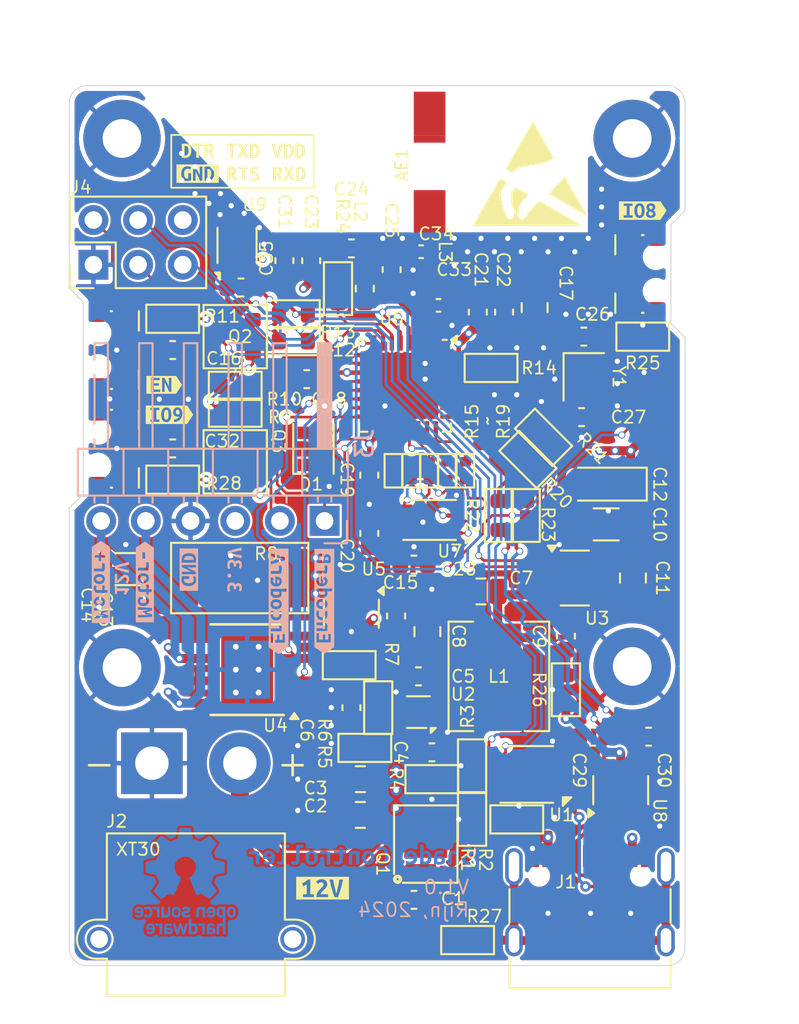
<source format=kicad_pcb>
(kicad_pcb (version 20240108) (generator "pcbnew") (generator_version "8.0")
  (layers (0 "F.Cu" signal) (1 "In1.Cu" power) (2 "In2.Cu" power) (31 "B.Cu" signal) (34 "B.Paste" user) (35 "F.Paste" user) (36 "B.SilkS" user "B.Silkscreen") (37 "F.SilkS" user "F.Silkscreen") (38 "B.Mask" user) (39 "F.Mask" user) (44 "Edge.Cuts" user))
  (net 0 "")
  (net 1 "Net-(AE1-A)")
  (net 2 "VBUS")
  (net 3 "GND")
  (net 4 "+12V")
  (net 5 "Net-(U2-SW)")
  (net 6 "Net-(U2-VBST)")
  (net 7 "+5V")
  (net 8 "Net-(U2-VFB)")
  (net 9 "+3.3V")
  (net 10 "Net-(U4-VM)")
  (net 11 "/MCU/EN")
  (net 12 "/MCU/VDDSPI")
  (net 13 "Net-(C25-Pad1)")
  (net 14 "Net-(C26-Pad2)")
  (net 15 "Net-(U6-XTAL_N)")
  (net 16 "/MCU/USB_D-")
  (net 17 "/MCU/USB_D+")
  (net 18 "/MCU/ADC1")
  (net 19 "/MCU/IO9")
  (net 20 "Net-(U6-LNA_IN)")
  (net 22 "Net-(D1-DIN)")
  (net 23 "Net-(J1-SHIELD)")
  (net 24 "Net-(J1-CC2)")
  (net 25 "Net-(J1-D+-PadA6)")
  (net 28 "Net-(J1-D--PadA7)")
  (net 29 "Net-(J1-CC1)")
  (net 30 "/MCU/EncoderA")
  (net 31 "/MCU/EncoderB")
  (net 32 "/Motor/Motor+")
  (net 33 "/Motor/Motor-")
  (net 34 "/MCU/RXD")
  (net 35 "/MCU/RTS")
  (net 36 "/MCU/DTR")
  (net 37 "/MCU/TXD")
  (net 38 "Net-(Q1-G)")
  (net 39 "Net-(Q2-B)")
  (net 40 "Net-(Q3-B)")
  (net 41 "Net-(U1-GATE)")
  (net 42 "Net-(U1-VSET)")
  (net 43 "Net-(U1-ISET)")
  (net 44 "Net-(U4-ILIM)")
  (net 45 "/MCU/SCL")
  (net 46 "/MCU/SDA")
  (net 47 "Net-(U6-XTAL_P)")
  (net 48 "/MCU/SPIHD")
  (net 49 "Net-(U6-SPIHD{slash}GPIO12)")
  (net 50 "Net-(U6-SPIWP{slash}GPIO13)")
  (net 51 "/MCU/SPIWP")
  (net 52 "/MCU/SPICLK")
  (net 53 "Net-(U6-SPICLK{slash}GPIO15)")
  (net 54 "Net-(U6-SPID{slash}GPIO16)")
  (net 55 "/MCU/SPID")
  (net 56 "/MCU/SPIQ")
  (net 57 "Net-(U6-SPIQ{slash}GPIO17)")
  (net 58 "Net-(U6-U0RXD{slash}GPIO20)")
  (net 59 "Net-(U6-U0TXD{slash}GPIO21)")
  (net 60 "/MCU/USB_D1-")
  (net 61 "/MCU/USB_D1+")
  (net 62 "Net-(U6-GPIO2{slash}ADC1_CH2)")
  (net 63 "Net-(SW3-A)")
  (net 64 "Net-(U8-VBUS)")
  (net 68 "/MCU/MotorB")
  (net 69 "/MCU/MotorA")
  (net 70 "/MCU/SPICS0")
  (footprint "Library:L_KOHERelec_MDA5030" (layer "F.Cu") (at 74.422 83.566 90)
    (property "Reference" "L1")
    (property "Value" "L")
  )
  (footprint "Capacitor_SMD:C_0603_1608Metric" (layer "F.Cu") (at 69.596 77.216)
    (property "Reference" "C28")
    (property "Value" "100nF")
  )
  (footprint "MountingHole:MountingHole_2.2mm_M2_Pad" (layer "F.Cu") (at 82 83)
    (property "Reference" "H4" (hide yes))
    (property "Value" "MountingHole_Pad")
  )
  (footprint "PCM_Resistor_SMD_AKL:R_0402_1005Metric" (layer "F.Cu") (at 68.426 71.882 -90)
    (property "Reference" "R15")
    (property "Value" "0" (hide yes))
  )
  (footprint "PCM_Resistor_SMD_AKL:R_0402_1005Metric" (layer "F.Cu") (at 70.458 71.882 -90)
    (property "Reference" "R17" (hide yes))
    (property "Value" "0" (hide yes))
  )
  (footprint "Capacitor_SMD:C_0805_2012Metric" (layer "F.Cu") (at 73.406 78.74 180)
    (property "Reference" "C7")
    (property "Value" "22uF")
  )
  (footprint "PCM_Resistor_SMD_AKL:R_0603_1608Metric" (layer "F.Cu") (at 59.436 68.58 180)
    (property "Reference" "R9")
    (property "Value" "10k" (hide yes))
  )
  (footprint "Button_Switch_SMD:SW_SPST_CK_KMS2xxGP" (layer "F.Cu") (at 82.6 60.7 90)
    (property "Reference" "SW3" (hide yes))
    (property "Value" "BOOT")
  )
  (footprint "kibuzzard-665CD156" (layer "F.Cu") (at 57.3 55)
    (property "Reference" "kibuzzard-665CD156" (hide yes))
    (property "Value" "G***" (hide yes))
  )
  (footprint "Capacitor_SMD:C_0603_1608Metric" (layer "F.Cu") (at 68.326 60.452 90)
    (property "Reference" "C25")
    (property "Value" "1uF")
  )
  (footprint "PCM_Resistor_SMD_AKL:R_0603_1608Metric" (layer "F.Cu") (at 62.738 64.516 180)
    (property "Reference" "R12")
    (property "Value" "4.7k" (hide yes))
  )
  (footprint "Capacitor_SMD:C_0603_1608Metric" (layer "F.Cu") (at 79.121 68.834)
    (property "Reference" "C27")
    (property "Value" "12-18pF")
  )
  (footprint "PCM_Resistor_SMD_AKL:R_0603_1608Metric" (layer "F.Cu") (at 72.898 91.694 -90)
    (property "Reference" "R1")
    (property "Value" "5.1k" (hide yes))
  )
  (footprint "Capacitor_SMD:C_0603_1608Metric" (layer "F.Cu") (at 66.04 59.246 180)
    (property "Reference" "C24")
    (property "Value" "100nF")
  )
  (footprint "Capacitor_SMD:C_0603_1608Metric" (layer "F.Cu") (at 55.88 70.612)
    (property "Reference" "C32")
    (property "Value" "100nF 50V")
  )
  (footprint "PCM_Resistor_SMD_AKL:R_0603_1608Metric" (layer "F.Cu") (at 73.977 66.04)
    (property "Reference" "R14")
    (property "Value" "22nH/22R" (hide yes))
  )
  (footprint "PCM_Resistor_SMD_AKL:R_0603_1608Metric" (layer "F.Cu") (at 70.612 89.408)
    (property "Reference" "R4")
    (property "Value" "DNP" (hide yes))
  )
  (footprint "Capacitor_SMD:C_0603_1608Metric" (layer "F.Cu") (at 55.88 65.024)
    (property "Reference" "C16")
    (property "Value" "100nF 50V")
  )
  (footprint "Capacitor_SMD:C_0603_1608Metric" (layer "F.Cu") (at 69.596 96.266 180)
    (property "Reference" "C1")
    (property "Value" "1uF 35V")
  )
  (footprint "Capacitor_SMD:C_0603_1608Metric" (layer "F.Cu") (at 67.056 72.136 -90)
    (property "Reference" "C19")
    (property "Value" "100nF")
  )
  (footprint "Capacitor_SMD:C_0603_1608Metric" (layer "F.Cu") (at 62.23 59.944 90)
    (property "Reference" "C31")
    (property "Value" "100nF")
  )
  (footprint "PCM_Resistor_SMD_AKL:R_0603_1608Metric" (layer "F.Cu") (at 76.962 69.977 135)
    (property "Reference" "R21")
    (property "Value" "499" (hide yes))
  )
  (footprint "Library:ANT3216LL00R2400A" (layer "F.Cu") (at 70.485 53.34 90)
    (property "Reference" "AE1")
    (property "Value" "ANT3216LL00R2400A")
  )
  (footprint "PCM_Resistor_SMD_AKL:R_0603_1608Metric" (layer "F.Cu") (at 72.898 88.646 -90)
    (property "Reference" "R3")
    (property "Value" "10k" (hide yes))
  )
  (footprint "Library:DFN3333" (layer "F.Cu") (at 70.266 93.0975 90)
    (property "Reference" "Q1")
    (property "Value" "MCG30P03-TP" (hide yes))
  )
  (footprint "Capacitor_SMD:C_0402_1005Metric" (layer "F.Cu") (at 70.993 62.484)
    (property "Reference" "C33")
    (property "Value" "3.3pF")
  )
  (footprint "PCM_Package_TO_SOT_SMD_AKL:SOT-23" (layer "F.Cu") (at 59.436 71.374 180)
    (property "Reference" "Q3")
    (property "Value" "MMBT2222" (hide yes))
  )
  (footprint "Package_DFN_QFN:QFN-32-1EP_5x5mm_P0.5mm_EP3.45x3.45mm" (layer "F.Cu") (at 69.088 67.056 -90)
    (property "Reference" "U6")
    (property "Value" "ESP32-C3")
  )
  (footprint "Capacitor_SMD:C_0805_2012Metric" (layer "F.Cu") (at 82.042 77.978 -90)
    (property "Reference" "C11")
    (property "Value" "22uF")
  )
  (footprint "Capacitor_SMD:C_0603_1608Metric" (layer "F.Cu") (at 79.756 86.995 180)
    (property "Reference" "C29")
    (property "Value" "DNP")
  )
  (footprint "PCM_Resistor_SMD_AKL:R_0603_1608Metric" (layer "F.Cu") (at 74.422 74.422 90)
    (property "Reference" "R22")
    (property "Value" "0" (hide yes))
  )
  (footprint "Capacitor_SMD:C_0603_1608Metric" (layer "F.Cu") (at 74.718 62.865 90)
    (property "Reference" "C22")
    (property "Value" "1uF")
  )
  (footprint "Capacitor_SMD:C_0603_1608Metric" (layer "F.Cu") (at 69.85 83.566 180)
    (property "Reference" "C5")
    (property "Value" "100nF 50V")
  )
  (footprint "LED_SMD:LED_WS2812B-2020_PLCC4_2.0x2.0mm" (layer "F.Cu") (at 63.881 70.638 90)
    (property "Reference" "D1")
    (property "Value" "WS2812B-2020")
  )
  (footprint "Capacitor_SMD:C_0603_1608Metric" (layer "F.Cu") (at 79.248 64.262 180)
    (property "Reference" "C26")
    (property "Value" "12-18pF")
  )
  (footprint "PCM_Resistor_SMD_AKL:R_0603_1608Metric" (layer "F.Cu") (at 65.913 82.931 180)
    (property "Reference" "R7")
    (property "Value" "33k" (hide yes))
  )
  (footprint "Package_TO_SOT_SMD:SOT-563" (layer "F.Cu") (at 69.85 85.598 180)
    (property "Reference" "U2")
    (property "Value" "TPS562202")
  )
  (footprint "Capacitor_SMD:C_0805_2012Metric" (layer "F.Cu") (at 76.454 62.611 90)
    (property "Reference" "C17")
    (property "Value" "22uF")
  )
  (footprint "kibuzzard-665CCFF4" (layer "F.Cu") (at 82.6 57.1)
    (property "Reference" "kibuzzard-665CCFF4" (hide yes))
    (property "Value" "G***" (hide yes))
  )
  (footprint "Capacitor_SMD:C_0603_1608Metric" (layer "F.Cu") (at 66.04 85.344 -90)
    (property "Reference" "C6")
    (property "Value" "22pF")
  )
  (footprint "PCM_Package_TO_SOT_SMD_AKL:SOT-23" (layer "F.Cu") (at 59.436 64.262 180)
    (property "Reference" "Q2")
    (property "Value" "MMBT2222" (hide yes))
  )
  (footprint "kibuzzard-665CD0B9" (layer "F.Cu") (at 64.4 95.6)
    (property "Reference" "kibuzzard-665CD0B9" (hide yes))
    (property "Value" "G***" (hide yes))
  )
  (footprint "MountingHole:MountingHole_2.2mm_M2_Pad" (layer "F.Cu") (at 82 53)
    (property "Reference" "H2" (hide yes))
    (property "Value" "MountingHole_Pad")
  )
  (footprint "PCM_Resistor_SMD_AKL:R_0603_1608Metric" (layer "F.Cu") (at 75.946 74.422 90)
    (property "Reference" "R23")
    (property "Value" "0" (hide yes))
  )
  (footprint "PCM_Resistor_SMD_AKL:R_0603_1608Metric" (layer "F.Cu") (at 66.802 87.63)
    (property "Reference" "R5")
    (property "Value" "10k" (hide yes))
  )
  (footprint "Capacitor_SMD:C_0805_2012Metric" (layer "F.Cu") (at 70.358 81.026 90)
    (property "Reference" "C8")
    (property "Value" "22uF")
  )
  (footprint "Package_SON:Winbond_USON-8-1EP_3x2mm_P0.5mm_EP0.2x1.6mm" (layer "F.Cu") (at 70.485 74.676 180)
    (property "Reference" "U7")
    (property "Value" "W25Q16JVUXIQ")
  )
  (footprint "Inductor_SMD:L_0402_1005Metric" (layer "F.Cu") (at 70.485 60.96 -90)
    (property "Reference" "L3")
    (property "Value" "2.2nH")
  )
  (footprint "PCM_Resistor_SMD_AKL:R_0402_1005Metric" (layer "F.Cu") (at 71.474 71.882 -90)
    (property "Reference" "R18" (hide yes))
    (property "Value" "0" (hide yes))
  )
  (footprint "MountingHole:MountingHole_2.2mm_M2_Pad" (layer "F.Cu") (at 53 83.066726)
    (property "Reference" "H3" (hide yes))
    (property "Value" "MountingHole_Pad")
  )
  (footprint "Connector_AMASS:AMASS_XT30PW-M_1x02_P2.50mm_Horizontal" (layer "F.Cu") (at 54.7 88.5 180)
    (property "Reference" "J2")
    (property "Value" "Conn_01x02_MountingPin")
  )
  (footprint "Capacitor_SMD:C_0603_1608Metric" (layer "F.Cu") (at 54.102 79.502 180)
    (property "Reference" "C13")
    (property "Value" "100nF 50V")
  )
  (footprint "Button_Switch_SMD:SW_SPST_CK_KMS2xxGP" (layer "F.Cu") (at 52.4 70.63 -90)
    (property "Reference" "SW2" (hide yes))
    (property "Value" "BOOT")
  )
  (footprint "Connector_USB:USB_C_Receptacle_G-Switch_GT-USB-7010ASV" (layer "F.Cu") (at 79.6 97.5)
    (property "Reference" "J1")
    (property "Value" "USB_C_Receptacle_USB2.0_16P")
  )
  (footprint "Inductor_SMD:L_0603_1608Metric" (layer "F.Cu") (at 66.802 61.532 -90)
    (property "Reference" "L2")
    (property "Value" "2nH 500mA")
  )
  (footprint "Capacitor_SMD:C_0805_2012Metric" (layer "F.Cu") (at 66.548 89.408 180)
    (property "Reference" "C3")
    (property "Value" "10uF 25V")
  )
  (footprint "Capacitor_Tantalum_SMD:CP_EIA-3216-10_Kemet-I" (layer "F.Cu") (at 80.518 72.644 180)
    (property "Reference" "C12")
    (property "Value" "DNP")
  )
  (footprint "Capacitor_SMD:C_0603_1608Metric" (layer "F.Cu") (at 73.224 62.865 90)
    (property "Reference" "C21")
    (property "Value" "10nF")
  )
  (footprint "PCM_Resistor_SMD_AKL:R_0603_1608Metric" (layer "F.Cu") (at 55.88 72.39)
    (property "Reference" "R28")
    (property "Value" "10k" (hide yes))
  )
  (footprint "Capacitor_SMD:C_0603_1608Metric" (layer "F.Cu") (at 63.754 59.944 90)
    (property "Reference" "C23")
    (property "Value" "10nF")
  )
  (footprint "kibuzzard-665CD023" (layer "F.Cu") (at 55.7 68.7)
    (property "Reference" "kibuzzard-665CD023" (hide yes))
    (property "Value" "G***" (hide yes))
  )
  (footprint "Package_TO_SOT_SMD:SOT-23-6" (layer "F.Cu") (at 81.346 90.0375 90)
    (property "Reference" "U8")
    (property "Value" "USBLC6-2SC6")
  )
  (footprint "PCM_Resistor_SMD_AKL:R_0603_1608Metric" (layer "F.Cu") (at 76.073 71.247 135)
    (property "Reference" "R20")
    (property "Value" "499" (hide yes))
  )
  (footprint "PCM_Resistor_SMD_AKL:R_0402_1005Metric" (layer "F.Cu") (at 69.442 71.882 -90)
    (property "Reference" "R16" (hide yes))
    (property "Value" "0" (hide yes))
  )
  (footprint "Capacitor_SMD:C_0805_2012Metric" (layer "F.Cu") (at 66.548 91.44 180)
    (property "Reference" "C2")
    (property "Value" "10uF 25V")
  )
  (footprint "kibuzzard-665CD192" (layer "F.Cu") (at 59.9 55)
    (property "Reference" "kibuzzard-665CD192" (hide yes))
    (property "Value" "G***" (hide yes))
  )
  (footprint "PCM_Resistor_SMD_AKL:R_0603_1608Metric" (layer "F.Cu") (at 67.564 85.344 90)
    (property "Reference" "R6")
    (property "Value" "34.8k" (hide yes))
  )
  (footprint "Connector_PinHeader_2.54mm:PinHeader_2x03_P2.54mm_Vertical" (layer "F.Cu") (at 51.375 60.175 90)
    (property "Reference" "J4")
    (property "Value" "Downloader")
  )
  (footprint "PCM_Resistor_SMD_AKL:R_0603_1608Metric" (layer "F.Cu") (at 75.438 91.694 180)
    (property "Reference" "R2")
    (property "Value" "49.9k" (hide yes))
  )
  (footprint "Symbol:ESD-Logo_6.6x6mm_SilkScreen" (layer "F.Cu") (at 76.2 55)
    (property "Reference" "REF**" (hide yes))
    (property "Value" "ESD-Logo_6.6x6mm_SilkScreen" (hide yes))
  )
  (footprint "PCM_Resistor_SMD_AKL:R_0603_1608Metric" (layer "F.Cu") (at 62.738 62.992 180)
    (property "Reference" "R13")
    (property "Value" "4.7k" (hide yes))
  )
  (footprint "PCM_Resistor_SMD_AKL:R_0603_1608Metric" (layer "F.Cu") (at 55.88 63.246)
    (property "Reference" "R11")
    (property "Value" "10k" (hide yes))
  )
  (footprint "PCM_Resistor_SMD_AKL:R_0402_1005Metric" (layer "F.Cu") (at 72.517 71.882 -90)
    (property "Reference" "R19")
    (property "Value" "0" (hide yes))
  )
  (footprint "Package_DFN_QFN:DFN-10-1EP_3x3mm_P0.5mm_EP1.7x2.5mm" (layer "F.Cu") (at 76.0075 89.138 180)
    (property "Reference" "U1")
    (property "Value" "HUSB238")
  )
  (footprint "MountingHole:MountingHole_2.2mm_M2_Pad" (layer "F.Cu") (at 53 53 90)
    (property "Reference" "H1" (hide yes))
    (property "Value" "MountingHole_Pad")
  )
  (footprint "Package_TO_SOT_SMD:SOT-23-5" (layer "F.Cu") (at 78.74 77.978)
    (property "Reference" "U3")
    (property "Value" "TLV75533PDBV")
  )
  (footprint "Capacitor_SMD:C_0603_1608Metric" (layer "F.Cu") (at 59.7662 61.468 180)
    (property "Reference" "C35")
    (property "Value" "1uF")
  )
  (footprint "Package_SO:Texas_HTSOP-8-1EP_3.9x4.9mm_P1.27mm_EP2.95x4.9mm_Mask2.4x3.1mm_ThermalVias" (layer "F.Cu") (at 60.117 83.185 180)
    (property "Reference" "U4")
    (property "Value" "DRV8871DDA")
  )
  (footprint "Capacitor_SMD:C_0603_1608Metric" (layer "F.Cu") (at 70.612 87.884)
    (property "Reference" "C4")
    (property "Value" "100nF 50V")
  )
  (footprint "PCM_Resistor_SMD_AKL:R_0603_1608Metric" (layer "F.Cu") (at 72.644 98.552)
    (property "Reference" "R27")
    (property "Value" "DNP" (hide yes))
  )
  (footprint "Capacitor_SMD:C_0603_1608Metric" (layer "F.Cu") (at 82.931 86.995)
    (property "Reference" "C30")
    (property "Value" "DNP")
  )
  (footprint "PCM_Resistor_SMD_AKL:R_0603_1608Metric" (layer "F.Cu") (at 82.6 64.262 180)
    (property "Reference" "R25")
    (property "Value" "DNP" (hide yes))
  )
  (footprint "Package_TO_SOT_SMD:SOT-23-5" (layer "F.Cu") (at 66.04 80.01 -90)
    (property "Reference" "U5")
    (property "Value" "INA180A1")
  )
  (footprint "Crystal:Crystal_SMD_2016-4Pin_2.0x1.6mm" (layer "F.Cu") (at 79.248 66.548 -90)
    (property "Reference" "Y1")
    (property "Value" "40MHz TROQ R940000171")
  )
  (footprint "kibuzzard-665CD082" (layer "F.Cu") (at 55.4 67)
    (property "Reference" "kibuzzard-665CD082" (hide yes))
    (property "Value" "G***" (hide yes))
  )
  (footprint "OptoDevice:Broadcom_DFN-6_2x2mm_P0.65mm" (layer "F.Cu") (at 59.5376 59.0804 90)
    (property "Reference" "U9")
    (property "Value" "APDS-9306-065")
  )
  (footprint "kibuzzard-665CD19E" (layer "F.Cu") (at 62.5 55)
    (property "Reference" "kibuzzard-665CD19E" (hide yes))
    (property "Value" "G***" (hide yes))
  )
  (footprint "Capacitor_SMD:C_0603_1608Metric" (layer "F.Cu") (at 68.58 80.137 90)
    (property "Reference" "C15")
    (property "Value" "100nF 50V")
  )
  (footprint "Button_Switch_SMD:SW_SPST_CK_KMS2xxGP" (layer "F.Cu") (at 52.4 65.024 -90)
    (property "Reference" "SW1" (hide yes))
    (property "Value" "EN")
  )
  (footprint "PCM_Resistor_SMD_AKL:R_2512_6332Metric" (layer "F.Cu") (at 59.69 77.978 180)
    (property "Reference" "R8")
    (property "Value" "0.1" (hide yes))
  )
  (footprint "PCM_Resistor_SMD_AKL:R_0603_1608Metric" (layer "F.Cu") (at 59.436 67.056 180)
    (property "Reference" "R10")
    (property "Value" "10k" (hide yes))
  )
  (footprint "Capacitor_SMD:C_1206_3216Metric" (layer "F.Cu") (at 80.518 74.93 180)
    (property "Reference" "C10")
    (property "Value" "100uF")
  )
  (footprint "PCM_Resistor_SMD_AKL:R_0603_1608Metric" (layer "F.Cu") (at 78.232 84.328 90)
    (property "Reference" "R26")
    (property "Value" "DNP" (hide yes))
  )
  (footprint "Capacitor_SMD:C_0603_1608Metric" (layer "F.Cu") (at 63.5 66.675 180)
    (property "Reference" "C18")
    (property "Value" "100nF")
  )
  (footprint "Capacitor_SMD:C_0402_1005Metric" (layer "F.Cu") (at 70.0024 59.436 180)
    (property "Reference" "C34")
    (property "Value" "2.5pF")
  )
  (footprint "Capacitor_SMD:C_1206_3216Metric" (layer "F.Cu") (at 53.34 77.47 180)
    (property "Reference" "C14")
    (property "Value" "100uF >12v")
  )
  (footprint "kibuzzard-665CD1AF" (layer "F.Cu") (at 59.9 53.7)
    (property "Reference" "kibuzzard-665CD1AF" (hide yes))
    (property "Value" "G***" (hide yes))
  )
  (footprint "Capacitor_SMD:C_0603_1608Metric" (layer "F.Cu") (at 67.056 75.438 90)
    (property "Reference" "C20")
    (property "Value" "1uF")
  )
  (footprint "PCM_Resistor_SMD_AKL:R_0603_1608Metric" (layer "F.Cu") (at 65.278 61.532 -90)
    (property "Reference" "R24")
    (property "Value" "DNP" (hide yes))
  )
  (footprint "Capacitor_SMD:C_0603_1608Metric" (layer "F.Cu") (at 78.232 81.28 90)
    (property "Reference" "C9")
    (property "Value" "1uF")
  )
  (footprint "kibuzzard-665CD268" (layer "B.Cu") (at 56.8 77.5 90)
    (property "Reference" "kibuzzard-665CD268" (hide yes))
    (property "Value" "G***" (hide yes))
  )
  (footprint "kibuzzard-665CD246" (layer "B.Cu") (at 61.9 79.3 90)
    (property "Reference" "kibuzzard-665CD246" (hide yes))
    (property "Value" "G***" (hide yes))
  )
  (footprint "kibuzzard-665CD237" (layer "B.Cu") (at 54.3 78.2 90)
    (property "Reference" "kibuzzard-665CD237" (hide yes))
    (property "Value" "G***" (hide yes))
  )
  (footprint "Connector_PinHeader_2.54mm:PinHeader_1x06_P2.54mm_Horizontal" (layer "B.Cu") (at 64.516 74.733 90)
    (property "Reference" "J3")
    (property "Value" "Motor")
  )
  (footprint "Library:OSHW-Logo_5.7x6mm_Copper_Mask" (layer "B.Cu") (at 56.6 95.2 180)
    (property "Reference" "REF**" (hide yes))
    (property "Value" "OSHW-Logo_5.7x6mm_Copper_Mask" (hide yes))
  )
  (footprint "kibuzzard-665CD205" (layer "B.Cu") (at 51.8 78.2 90)
    (property "Reference" "kibuzzard-665CD205" (hide yes))
    (property "Value" "G***" (hide yes))
  )
  (footprint "kibuzzard-665CD276" (layer "B.Cu") (at 59.4 77.5 90)
    (property "Reference" "kibuzzard-665CD276" (hide yes))
    (property "Value" "G***" (hide yes))
  )
  (footprint "kibuzzard-665CD72A" (layer "B.Cu") (at 66.6 93.7 180)
    (property "Reference" "kibuzzard-665CD72A" (hide yes))
    (property "Value" "G***" (hide yes))
  )
  (footprint "kibuzzard-665CD288" (layer "B.Cu") (at 53 78 90)
    (property "Reference" "kibuzzard-665CD288" (hide yes))
    (property "Value" "G***" (hide yes))
  )
  (footprint "kibuzzard-665CD251" (layer "B.Cu") (at 64.5 79.3 90)
    (property "Reference" "kibuzzard-665CD251" (hide yes))
    (property "Value" "G***" (hide yes))
  )
  (gr_rect (start 69.585 50.34) (end 71.385 52.84) (fill solid) (layer "F.Cu"))
  (gr_rect (start 55.8 52.8) (end 63.9 55.8) (stroke (width 0.1)) (fill none) (layer "F.SilkS"))
  (gr_arc (start 51 100) (mid 50.292893 99.707107) (end 50 99) (stroke (width 0.05)) (layer "Edge.Cuts"))
  (gr_line (start 85 64.3) (end 84.2 63.5) (stroke (width 0.05)) (layer "Edge.Cuts"))
  (gr_line (start 50.8 73.2) (end 50.8 62.3) (stroke (width 0.05)) (layer "Edge.Cuts"))
  (gr_line (start 84.2 57.9) (end 84.2 63.5) (stroke (width 0.05)) (layer "Edge.Cuts"))
  (gr_arc (start 50 51) (mid 50.292893 50.292893) (end 51 50) (stroke (width 0.05)) (layer "Edge.Cuts"))
  (gr_line (start 84 100) (end 51 100) (stroke (width 0.05)) (layer "Edge.Cuts"))
  (gr_line (start 50 61.5) (end 50 51) (stroke (width 0.05)) (layer "Edge.Cuts"))
  (gr_line (start 51 50) (end 84 50) (stroke (width 0.05)) (layer "Edge.Cuts"))
  (gr_arc (start 84 50) (mid 84.707107 50.292893) (end 85 51) (stroke (width 0.05)) (layer "Edge.Cuts"))
  (gr_line (start 85 51) (end 85 57.1) (stroke (width 0.05)) (layer "Edge.Cuts"))
  (gr_arc (start 85 99) (mid 84.707107 99.707107) (end 84 100) (stroke (width 0.05)) (layer "Edge.Cuts"))
  (gr_line (start 50.8 73.2) (end 50 74) (stroke (width 0.05)) (layer "Edge.Cuts"))
  (gr_line (start 85 64.3) (end 85 99) (stroke (width 0.05)) (layer "Edge.Cuts"))
  (gr_line (start 50.8 62.3) (end 50 61.5) (stroke (width 0.05)) (layer "Edge.Cuts"))
  (gr_line (start 50 99) (end 50 74) (stroke (width 0.05)) (layer "Edge.Cuts"))
  (gr_line (start 85 57.1) (end 84.2 57.9) (stroke (width 0.05)) (layer "Edge.Cuts"))
  (gr_text "V1.0\nRijn, 2024" (at 72.8 97.3 0) (layer "B.SilkS") (effects (font (size 0.8 0.8) (thickness 0.1)) (justify left bottom mirror)))
  (gr_text "XT30" (at 52.6 93.8 0) (layer "F.SilkS") (effects (font (size 0.7 0.7) (thickness 0.1)) (justify left bottom)))
  (gr_text "~" (at 74.168 69.342 90) (layer "F.SilkS") (effects (font (size 0.7 0.7) (thickness 0.1)) (justify left bottom)))
  (segment (start 70.588073 60.516926) (end 70.588073 60.514324) (width 0.3048) (layer "F.Cu") (net 1))
  (segment (start 70.4824 60.4724) (end 70.485 60.475) (width 0.3048) (layer "F.Cu") (net 1))
  (segment (start 70.4824 59.436) (end 70.4824 60.4724) (width 0.3048) (layer "F.Cu") (net 1))
  (segment (start 77.216 93.759) (end 77.2 93.775) (width 0.508) (layer "F.Cu") (net 2))
  (segment (start 77.47 90.487) (end 76.263 91.694) (width 0.254) (layer "F.Cu") (net 2))
  (segment (start 77.47 90.138) (end 77.47 90.487) (width 0.254) (layer "F.Cu") (net 2))
  (segment (start 77.216 92.71) (end 77.216 93.759) (width 0.508) (layer "F.Cu") (net 2))
  (segment (start 82 92.752) (end 82 93.775) (width 0.508) (layer "F.Cu") (net 2))
  (via (at 82 92.752) (size 0.6) (drill 0.3) (layers "F.Cu" "B.Cu") (net 2))
  (via (at 77.216 92.71) (size 0.6) (drill 0.3) (layers "F.Cu" "B.Cu") (net 2))
  (segment (start 69.5224 59.436) (end 68.567 59.436) (width 0.508) (layer "F.Cu") (net 3))
  (segment (start 82.6 63.55) (end 83.4 62.75) (width 0.508) (layer "F.Cu") (net 3))
  (segment (start 62.23 59.169) (end 63.754 59.169) (width 0.508) (layer "F.Cu") (net 3))
  (segment (start 65.188 59.169) (end 65.265 59.246) (width 0.508) (layer "F.Cu") (net 3))
  (segment (start 51.524 67.074) (end 51.524 67.8) (width 0.508) (layer "F.Cu") (net 3))
  (segment (start 68.567 59.436) (end 68.326 59.677) (width 0.508) (layer "F.Cu") (net 3))
  (segment (start 52.3 67.8) (end 51.524 67.8) (width 0.508) (layer "F.Cu") (net 3))
  (segment (start 82.6 63.6) (end 82.6 63.55) (width 0.508) (layer "F.Cu") (net 3))
  (segment (start 63.754 59.169) (end 65.188 59.169) (width 0.508) (layer "F.Cu") (net 3))
  (segment (start 51.524 67.8) (end 51.524 68.58) (width 0.508) (layer "F.Cu") (net 3))
  (via (at 80.264 55.88) (size 0.5) (drill 0.3) (layers "F.Cu" "B.Cu") (net 3))
  (via (at 77.597 91.567) (size 0.5) (drill 0.3) (layers "F.Cu" "B.Cu") (net 3))
  (via (at 62.992 89.408) (size 0.5) (drill 0.3) (layers "F.Cu" "B.Cu") (net 3))
  (via (at 74.168 59.436) (size 0.5) (drill 0.3) (layers "F.Cu" "B.Cu") (net 3))
  (via (at 70.612 90.551) (size 0.5) (drill 0.3) (layers "F.Cu" "B.Cu") (net 3))
  (via (at 82.677 66.294) (size 0.5) (drill 0.3) (layers "F.Cu" "B.Cu") (net 3))
  (via (at 57.9374 56.6928) (size 0.5) (drill 0.3) (layers "F.Cu" "B.Cu") (net 3))
  (via (at 62.738 67.818) (size 0.5) (drill 0.3) (layers "F.Cu" "B.Cu") (net 3))
  (via (at 64.77 72.771) (size 0.5) (drill 0.3) (layers "F.Cu" "B.Cu") (net 3))
  (via (at 75.565 90.932) (size 0.5) (drill 0.3) (layers "F.Cu" "B.Cu") (net 3))
  (via (at 58.5978 56.134) (size 0.5) (drill 0.3) (layers "F.Cu" "B.Cu") (net 3))
  (via (at 70.231 65.786) (size 0.5) (drill 0.3) (layers "F.Cu" "B.Cu") (net 3))
  (via (at 60.706 78.105) (size 0.5) (drill 0.3) (layers "F.Cu" "B.Cu") (net 3))
  (via (at 81.915 97.028) (size 0.5) (drill 0.3) (layers "F.Cu" "B.Cu") (net 3))
  (via (at 75.438 64.897) (size 0.5) (drill 0.3) (layers "F.Cu" "B.Cu") (net 3))
  (via (at 65.405 77.216) (size 0.5) (drill 0.3) (layers "F.Cu" "B.Cu") (net 3))
  (via (at 72.644 59.436) (size 0.5) (drill 0.3) (layers "F.Cu" "B.Cu") (net 3))
  (via (at 80.264 56.896) (size 0.5) (drill 0.3) (layers "F.Cu" "B.Cu") (net 3))
  (via (at 76.327 93.345) (size 0.5) (drill 0.3) (layers "F.Cu" "B.Cu") (net 3))
  (via (at 72.263 88.646) (size 0.5) (drill 0.3) (layers "F.Cu" "B.Cu") (net 3))
  (via (at 53.213 76.073) (size 0.5) (drill 0.3) (layers "F.Cu" "B.Cu") (net 3))
  (via (at 59.944 57.2516) (size 0.5) (drill 0.3) (layers "F.Cu" "B.Cu") (net 3))
  (via (at 70.231 66.675) (size 0.5) (drill 0.3) (layers "F.Cu" "B.Cu") (net 3))
  (via (at 68.9356 58.674) (size 0.4) (drill 0.3) (layers "F.Cu" "B.Cu") (net 3))
  (via (at 52.705 65.024) (size 0.5) (drill 0.3) (layers "F.Cu" "B.Cu") (net 3))
  (via (at 81.153 66.929) (size 0.5) (drill 0.3) (layers "F.Cu" "B.Cu") (net 3))
  (via (at 60.8076 58.0644) (size 0.5) (drill 0.3) (layers "F.Cu" "B.Cu") (net 3))
  (via (at 52.705 70.612) (size 0.5) (drill 0.3) (layers "F.Cu" "B.Cu") (net 3))
  (via (at 56.388 53.848) (size 0.5) (drill 0.3) (layers "F.Cu" "B.Cu") (net 3))
  (via (at 78.232 62.992) (size 0.5) (drill 0.3) (layers "F.Cu" "B.Cu") (net 3))
  (via (at 78.74 59.436) (size 0.5) (drill 0.3) (layers "F.Cu" "B.Cu") (net 3))
  (via (at 57.912 55.372) (size 0.5) (drill 0.3) (layers "F.Cu" "B.Cu") (net 3))
  (via (at 72.009 73.279) (size 0.5) (drill 0.3) (layers "F.Cu" "B.Cu") (net 3))
  (via (at 70.612 78.613) (size 0.5) (drill 0.3) (layers "F.Cu" "B.Cu") (net 3))
  (via (at 74.93 58.674) (size 0.5) (drill 0.3) (layers "F.Cu" "B.Cu") (net 3))
  (via (at 55.118 67.818) (size 0.5) (drill 0.3) (layers "F.Cu" "B.Cu") (net 3))
  (via (at 57.15 54.61) (size 0.5) (drill 0.3) (layers "F.Cu" "B.Cu") (net 3))
  (via (at 69.596 76.2) (size 0.5) (drill 0.3) (layers "F.Cu" "B.Cu") (net 3))
  (via (at 56.769 67.818) (size 0.5) (drill 0.3) (layers "F.Cu" "B.Cu") (net 3))
  (via (at 67.056 73.787) (size 0.5) (drill 0.3) (layers "F.Cu" "B.Cu") (net 3))
  (via (at 67.945 68.199) (size 0.5) (drill 0.3) (layers "F.Cu" "B.Cu") (net 3))
  (via (at 76.835 67.945) (size 0.5) (drill 0.3) (layers "F.Cu" "B.Cu") (net 3))
  (via (at 64.897 86.36) (size 0.5) (drill 0.3) (layers "F.Cu" "B.Cu") (net 3))
  (via (at 69.5452 61.7982) (size 0.4) (drill 0.3) (layers "F.Cu" "B.Cu") (net 3))
  (via (at 62.992 87.503) (size 0.5) (drill 0.3) (layers "F.Cu" "B.Cu") (net 3))
  (via (at 73.914 64.897) (size 0.5) (drill 0.3) (layers "F.Cu" "B.Cu") (net 3))
  (via (at 71.501 86.741) (size 0.5) (drill 0.3) (layers "F.Cu" "B.Cu") (net 3))
  (via (at 77.216 59.436) (size 0.5) (drill 0.3) (layers "F.Cu" "B.Cu") (net 3))
  (via (at 80.772 62.992) (size 0.5) (drill 0.3) (layers "F.Cu" "B.Cu") (net 3))
  (via (at 62.992 91.186) (size 0.5) (drill 0.3) (layers "F.Cu" "B.Cu") (net 3))
  (via (at 83.566 89.535) (size 0.5) (drill 0.3) (layers "F.Cu" "B.Cu") (net 3))
  (via (at 51.689 79.629) (size 0.5) (drill 0.3) (layers "F.Cu" "B.Cu") (net 3))
  (via (at 75.438 67.564) (size 0.5) (drill 0.3) (layers "F.Cu" "B.Cu") (net 3))
  (via (at 77.47 84.328) (size 0.5) (drill 0.3) (layers "F.Cu" "B.Cu") (net 3))
  (via (at 52.3 67.8) (size 0.5) (drill 0.3) (layers "F.Cu" "B.Cu") (net 3))
  (via (at 58.5724 57.3278) (size 0.5) (drill 0.3) (layers "F.Cu" "B.Cu") (net 3))
  (via (at 80.645 74.168) (size 0.5) (drill 0.3) (layers "F.Cu" "B.Cu") (net 3))
  (via (at 69.5452 60.4774) (size 0.4) (drill 0.3) (layers "F.Cu" "B.Cu") (net 3))
  (via (at 71.755 63.627) (size 0.4) (drill 0.3) (layers "F.Cu" "B.Cu") (net 3))
  (via (at 64.897 85.344) (size 0.5) (drill 0.3) (layers "F.Cu" "B.Cu") (net 3))
  (via (at 77.216 97.028) (size 0.5) (drill 0.3) (layers "F.Cu" "B.Cu") (net 3))
  (via (at 68.58 84.455) (size 0.5) (drill 0.3) (layers "F.Cu" "B.Cu") (net 3))
  (via (at 79.629 97.028) (size 0.5) (drill 0.3) (layers "F.Cu" "B.Cu") (net 3))
  (via (at 75.692 59.436) (size 0.5) (drill 0.3) (layers "F.Cu" "B.Cu") (net 3))
  (via (at 81.153 65.659) (size 0.5) (drill 0.3) (layers "F.Cu" "B.Cu") (net 3))
  (via (at 79.502 62.992) (size 0.5) (drill 0.3) (layers "F.Cu" "B.Cu") (net 3))
  (via (at 74.168 67.564) (size 0.5) (drill 0.3) (layers "F.Cu" "B.Cu") (net 3))
  (via (at 64.897 87.376) (size 0.5) (drill 0.3) (layers "F.Cu" "B.Cu") (net 3))
  (via (at 77.851 76.073) (size 0.5) (drill 0.3) (layers "F.Cu" "B.Cu") (net 3))
  (via (at 79.121 69.977) (size 0.5) (drill 0.3) (layers "F.Cu" "B.Cu") (net 3))
  (via (at 83.566 92.075) (size 0.5) (drill 0.3) (layers "F.Cu" "B.Cu") (net 3))
  (via (at 64.897 84.328) (size 0.5) (drill 0.3) (layers "F.Cu" "B.Cu") (net 3))
  (via (at 59.182 76.708) (size 0.5) (drill 0.3) (layers "F.Cu" "B.Cu") (net 3))
  (via (at 76.962 64.897) (size 0.5) (drill 0.3) (layers "F.Cu" "B.Cu") (net 3))
  (via (at 79.502 58.674) (size 0.5) (drill 0.3) (layers "F.Cu" "B.Cu") (net 3))
  (via (at 70.104 74.803) (size 0.5) (drill 0.3) (layers "F.Cu" "B.Cu") (net 3))
  (via (at 77.47 87.249) (size 0.5) (drill 0.3) (layers "F.Cu" "B.Cu") (net 3))
  (via (at 73.406 58.674) (size 0.5) (drill 0.3) (layers "F.Cu" "B.Cu") (net 3))
  (via (at 72.136 91.694) (size 0.5) (drill 0.3) (layers "F.Cu" "B.Cu") (net 3))
  (via (at 77.978 58.674) (size 0.5) (drill 0.3) (layers "F.Cu" "B.Cu") (net 3))
  (via (at 57.15 56.134) (size 0.5) (drill 0.3) (layers "F.Cu" "B.Cu") (net 3))
  (via (at 82.6 63.6) (size 0.5) (drill 0.3) (layers "F.Cu" "B.Cu") (net 3))
  (via (at 77.597 66.675) (size 0.5) (drill 0.3) (layers "F.Cu" "B.Cu") (net 3))
  (via (at 59.2074 56.8198) (size 0.5) (drill 0.3) (layers "F.Cu" "B.Cu") (net 3))
  (via (at 61.0616 59.0042) (size 0.5) (drill 0.3) (layers "F.Cu" "B.Cu") (net 3))
  (via (at 66.04 81.026) (size 0.5) (drill 0.3) (layers "F.Cu" "B.Cu") (net 3))
  (via (at 81.153 68.199) (size 0.5) (drill 0.3) (layers "F.Cu" "B.Cu") (net 3))
  (via (at 67.818 58.674) (size 0.4) (drill 0.3) (layers "F.Cu" "B.Cu") (net 3))
  (via (at 71.882 76.327) (size 0.5) (drill 0.3) (layers "F.Cu" "B.Cu") (net 3))
  (via (at 71.882 58.674) (size 0.5) (drill 0.3) (layers "F.Cu" "B.Cu") (net 3))
  (via (at 76.454 58.674) (size 0.5) (drill 0.3) (layers "F.Cu" "B.Cu") (net 3))
  (via (at 80.264 57.912) (size 0.5) (drill 0.3) (layers "F.Cu" "B.Cu") (net 3))
  (via (at 71.882 60.198) (size 0.5) (drill 0.3) (layers "F.Cu" "B.Cu") (net 3))
  (via (at 56.388 55.372) (size 0.5) (drill 0.3) (layers "F.Cu" "B.Cu") (net 3))
  (segment (start 69.1 85.598) (end 69.596 85.598) (width 0.127) (layer "F.Cu") (net 4))
  (segment (start 69.596 85.598) (end 70.096 86.098) (width 0.127) (layer "F.Cu") (net 4))
  (segment (start 67.498 92.649) (end 67.498 91.44) (width 1.016) (layer "F.Cu") (net 4))
  (segment (start 62.103 94.107) (end 66.04 94.107) (width 1.016) (layer "F.Cu") (net 4))
  (segment (start 66.04 94.107) (end 67.498 92.649) (width 1.016) (layer "F.Cu") (net 4))
  (segment (start 70.096 86.098) (end 70.6 86.098) (width 0.127) (layer "F.Cu") (net 4))
  (segment (start 59.7 88.5) (end 59.7 91.704) (width 1.016) (layer "F.Cu") (net 4))
  (segment (start 59.7 91.704) (end 62.103 94.107) (width 1.016) (layer "F.Cu") (net 4))
  (via (at 64.008 78.867) (size 0.6) (drill 0.3) (layers "F.Cu" "B.Cu") (net 4))
  (via (at 64.008 76.835) (size 0.6) (drill 0.3) (layers "F.Cu" "B.Cu") (net 4))
  (via (at 68.58 91.059) (size 0.6) (drill 0.3) (layers "F.Cu" "B.Cu") (net 4))
  (via (at 68.58 88.9) (size 0.6) (drill 0.3) (layers "F.Cu" "B.Cu") (net 4))
  (via (at 68.58 90.043) (size 0.6) (drill 0.3) (layers "F.Cu" "B.Cu") (net 4))
  (via (at 64.008 77.851) (size 0.6) (drill 0.3) (layers "F.Cu" "B.Cu") (net 4))
  (segment (start 71.374 85.598) (end 70.6 85.598) (width 0.254) (layer "F.Cu") (net 5))
  (segment (start 72.009 83.82) (end 72.009 84.963) (width 0.254) (layer "F.Cu") (net 5))
  (segment (start 70.625 83.566) (end 71.755 83.566) (width 0.254) (layer "F.Cu") (net 5))
  (segment (start 72.009 84.963) (end 71.374 85.598) (width 0.254) (layer "F.Cu") (net 5))
  (segment (start 71.755 83.566) (end 72.009 83.82) (width 0.254) (layer "F.Cu") (net 5))
  (segment (start 69.215 84.983) (end 69.215 83.706) (width 0.254) (layer "F.Cu") (net 6))
  (segment (start 69.215 83.706) (end 69.075 83.566) (width 0.254) (layer "F.Cu") (net 6))
  (segment (start 69.1 85.098) (end 69.215 84.983) (width 0.254) (layer "F.Cu") (net 6))
  (segment (start 69.027 81.976) (end 70.358 81.976) (width 0.508) (layer "F.Cu") (net 7))
  (segment (start 77.6025 78.928) (end 74.544 78.928) (width 0.508) (layer "F.Cu") (net 7))
  (segment (start 78.232 82.055) (end 77.229 82.055) (width 0.508) (layer "F.Cu") (net 7))
  (segment (start 72.304 81.366) (end 74.422 81.366) (width 0.508) (layer "F.Cu") (net 7))
  (segment (start 67.514 84.569) (end 67.564 84.519) (width 0.508) (layer "F.Cu") (net 7))
  (segment (start 78.232 83.503) (end 78.232 82.055) (width 0.508) (layer "F.Cu") (net 7))
  (segment (start 67.564 83.439) (end 69.027 81.976) (width 0.508) (layer "F.Cu") (net 7))
  (segment (start 71.694 81.976) (end 72.304 81.366) (width 0.508) (layer "F.Cu") (net 7))
  (segment (start 78.761 77.615658) (end 78.761 78.431999) (width 0.508) (layer "F.Cu") (net 7))
  (segment (start 74.356 81.3) (end 74.422 81.366) (width 0.508) (layer "F.Cu") (net 7))
  (segment (start 78.761 78.431999) (end 78.264999 78.928) (width 0.508) (layer "F.Cu") (net 7))
  (segment (start 74.356 78.74) (end 74.356 81.3) (width 0.508) (layer "F.Cu") (net 7))
  (segment (start 67.564 84.519) (end 67.564 83.439) (width 0.508) (layer "F.Cu") (net 7))
  (segment (start 70.358 81.976) (end 71.694 81.976) (width 0.508) (layer "F.Cu") (net 7))
  (segment (start 78.264999 78.928) (end 77.6025 78.928) (width 0.508) (layer "F.Cu") (net 7))
  (segment (start 78.173342 77.028) (end 78.761 77.615658) (width 0.508) (layer "F.Cu") (net 7))
  (segment (start 76.54 81.366) (end 74.422 81.366) (width 0.508) (layer "F.Cu") (net 7))
  (segment (start 77.229 82.055) (end 76.54 81.366) (width 0.508) (layer "F.Cu") (net 7))
  (segment (start 74.544 78.928) (end 74.356 78.74) (width 0.508) (layer "F.Cu") (net 7))
  (segment (start 77.6025 77.028) (end 78.173342 77.028) (width 0.508) (layer "F.Cu") (net 7))
  (segment (start 66.04 84.569) (end 67.514 84.569) (width 0.508) (layer "F.Cu") (net 7))
  (segment (start 67.564 86.169) (end 66.09 86.169) (width 0.254) (layer "F.Cu") (net 8))
  (segment (start 67.635 86.098) (end 67.564 86.169) (width 0.254) (layer "F.Cu") (net 8))
  (segment (start 66.09 86.169) (end 66.04 86.119) (width 0.254) (layer "F.Cu") (net 8))
  (segment (start 69.1 86.098) (end 67.635 86.098) (width 0.254) (layer "F.Cu") (net 8))
  (segment (start 67.564 86.169) (end 67.564 87.567) (width 0.254) (layer "F.Cu") (net 8))
  (segment (start 67.564 87.567) (end 67.627 87.63) (width 0.254) (layer "F.Cu") (net 8))
  (segment (start 66.7838 70.0858) (end 67.056 70.358) (width 0.1524) (layer "F.Cu") (net 9))
  (segment (start 72.136 65.659) (end 72.136 65.4304) (width 0.254) (layer "F.Cu") (net 9))
  (segment (start 63.754 60.783) (end 66.7635 60.783) (width 0.508) (layer "F.Cu") (net 9))
  (segment (start 66.7635 60.973) (end 66.802 60.9345) (width 0.508) (layer "F.Cu") (net 9))
  (segment (start 81.915 70.739) (end 81.915 72.597) (width 0.508) (layer "F.Cu") (net 9))
  (segment (start 67.338 70.076) (end 67.056 70.358) (width 0.254) (layer "F.Cu") (net 9))
  (segment (start 72.136 65.4304) (end 72.0116 65.306) (width 0.254) (layer "F.Cu") (net 9))
  (segment (start 63.754 61.087) (end 63.754 60.973) (width 0.508) (layer "F.Cu") (net 9))
  (segment (start 63.91142 70.30342) (end 65.22342 70.30342) (width 0.1524) (layer "F.Cu") (net 9))
  (segment (start 81.915 70.739) (end 83.425 69.229) (width 0.508) (layer "F.Cu") (net 9))
  (segment (start 65.22342 70.30342) (end 65.44104 70.0858) (width 0.1524) (layer "F.Cu") (net 9))
  (segment (start 56.705 63.246) (end 57.785 63.246) (width 0.1524) (layer "F.Cu") (net 9))
  (segment (start 82.042 77.028) (end 82.042 74.979) (width 0.508) (layer "F.Cu") (net 9))
  (segment (start 61.3918 62.1538) (end 61.913 62.675) (width 0.2) (layer "F.Cu") (net 9))
  (segment (start 72.0116 65.306) (end 71.5255 65.306) (width 0.254) (layer "F.Cu") (net 9))
  (segment (start 66.815 59.246) (end 66.815 60.7315) (width 0.508) (layer "F.Cu") (net 9))
  (segment (start 61.0107 59.8679) (end 60.1876 59.8679) (width 0.2) (layer "F.Cu") (net 9))
  (segment (start 68.58 80.912) (end 67.2255 80.912) (width 0.508) (layer "F.Cu") (net 9))
  (segment (start 61.0108 59.8678) (end 61.0107 59.8679) (width 0.2) (layer "F.Cu") (net 9))
  (segment (start 74.718 63.64) (end 76.375 63.64) (width 0.508) (layer "F.Cu") (net 9))
  (segment (start 81.868 72.644) (end 81.868 74.805) (width 0.508) (layer "F.Cu") (net 9))
  (segment (start 81.915 70.739) (end 80.137 70.739) (width 0.508) (layer "F.Cu") (net 9))
  (segment (start 61.3918 62.1538) (end 60.706 61.468) (width 0.2) (layer "F.Cu") (net 9))
  (segment (start 61.913 64.516) (end 61.913 64.199) (width 0.254) (layer "F.Cu") (net 9))
  (segment (start 66.815 60.9215) (end 66.802 60.9345) (width 0.508) (layer "F.Cu") (net 9))
  (segment (start 66.99 81.1475) (end 66.99 80.584) (width 0.508) (layer "F.Cu") (net 9))
  (segment (start 67.338 69.4935) (end 67.338 70.076) (width 0.254) (layer "F.Cu") (net 9))
  (segment (start 73.139 63.64) (end 72.136 64.643) (width 0.508) (layer "F.Cu") (net 9))
  (segment (start 61.913 64.199) (end 61.468 63.754) (width 0.254) (layer "F.Cu") (net 9))
  (segment (start 65.44104 70.0858) (end 66.7838 70.0858) (width 0.1524) (layer "F.Cu") (net 9))
  (segment (start 66.99 80.584) (end 67.31 80.264) (width 0.508) (layer "F.Cu") (net 9))
  (segment (start 83.425 69.229) (end 83.425 64.262) (width 0.508) (layer "F.Cu") (net 9))
  (segment (start 64.644 66.306) (end 64.275 66.675) (width 0.254) (layer "F.Cu") (net 9))
  (segment (start 76.375 63.64) (end 76.454 63.561) (width 0.508) (layer "F.Cu") (net 9))
  (segment (start 67.2255 80.912) (end 66.99 81.1475) (width 0.508) (layer "F.Cu") (net 9))
  (segment (start 66.6505 66.306) (end 64.644 66.306) (width 0.254) (layer "F.Cu") (net 9))
  (segment (start 73.224 63.64) (end 74.718 63.64) (width 0.508) (layer "F.Cu") (net 9))
  (segment (start 60.706 61.468) (end 60.5412 61.468) (width 0.2) (layer "F.Cu") (net 9))
  (segment (start 72.7075 64.0715) (end 72.136 64.643) (width 0.254) (layer "F.Cu") (net 9))
  (segment (start 56.705 72.39) (end 57.785 72.39) (width 0.1524) (layer "F.Cu") (net 9))
  (segment (start 72.136 64.643) (end 72.136 65.4304) (width 0.254) (layer "F.Cu") (net 9))
  (segment (start 79.8775 77.028) (end 82.042 77.028) (width 0.508) (layer "F.Cu") (net 9))
  (segment (start 61.913 62.675) (end 61.913 62.992) (width 0.2) (layer "F.Cu") (net 9))
  (segment (start 61.913 63.309) (end 61.468 63.754) (width 0.254) (layer "F.Cu") (net 9))
  (segment (start 67.056 70.358) (end 67.056 71.361) (width 0.254) (layer "F.Cu") (net 9))
  (segment (start 71.989 65.806) (end 72.136 65.659) (width 0.254) (layer "F.Cu") (net 9))
  (segment (start 63.331 69.723) (end 63.91142 70.30342) (width 0.1524) (layer "F.Cu") (net 9))
  (segment (start 63.3095 61.5315) (end 63.754 61.087) (width 0.508) (layer "F.Cu") (net 9))
  (segment (start 71.5255 65.806) (end 71.989 65.806) (width 0.254) (layer "F.Cu") (net 9))
  (segment (start 61.913 62.992) (end 61.913 63.309) (width 0.254) (layer "F.Cu") (net 9))
  (segment (start 73.224 63.64) (end 73.139 63.64) (width 0.508) (layer "F.Cu") (net 9))
  (via (at 67.056 70.358) (size 0.5) (drill 0.3) (layers "F.Cu" "B.Cu") (net 9))
  (via (at 65.786 66.294) (size 0.5) (drill 0.3) (layers "F.Cu" "B.Cu") (net 9))
  (via (at 57.785 63.246) (size 0.5) (drill 0.3) (layers "F.Cu" "B.Cu") (net 9))
  (via (at 67.31 80.264) (size 0.4) (drill 0.3) (layers "F.Cu" "B.Cu") (net 9))
  (via (at 61.468 63.754) (size 0.4) (drill 0.3) (layers "F.Cu" "B.Cu") (net 9))
  (via (at 57.785 72.39) (size 0.5) (drill 0.3) (layers "F.Cu" "B.Cu") (net 9))
  (via (at 72.7075 64.0715) (size 0.5) (drill 0.3) (layers "F.Cu" "B.Cu") (net 9))
  (via (at 80.137 70.739) (size 0.5) (drill 0.3) (layers "F.Cu" "B.Cu") (net 9))
  (via (at 63.3095 61.5315) (size 0.5) (drill 0.3) (layers "F.Cu" "B.Cu") (net 9))
  (via (at 72.136 64.643) (size 0.5) (drill 0.3) (layers "F.Cu" "B.Cu") (net 9))
  (via (at 61.3918 62.1538) (size 0.4) (drill 0.3) (layers "F.Cu" "B.Cu") (net 9))
  (via (at 81.915 70.739) (size 0.5) (drill 0.3) (layers "F.Cu" "B.Cu") (net 9))
  (via (at 81.026 70.739) (size 0.5) (drill 0.3) (layers "F.Cu" "B.Cu") (net 9))
  (via (at 61.0108 59.8678) (size 0.4) (drill 0.3) (layers "F.Cu" "B.Cu") (net 9))
  (segment (start 60.325 80.137) (end 64.77 80.137) (width 0.508) (layer "F.Cu") (net 10))
  (segment (start 64.77 80.137) (end 65.09 80.457) (width 0.508) (layer "F.Cu") (net 10))
  (segment (start 56.7275 77.978) (end 58.166 77.978) (width 0.508) (layer "F.Cu") (net 10))
  (segment (start 65.09 80.457) (end 65.09 81.1475) (width 0.508) (layer "F.Cu") (net 10))
  (segment (start 58.166 77.978) (end 60.325 80.137) (width 0.508) (layer "F.Cu") (net 10))
  (segment (start 59.055 64.881) (end 58.436 64.262) (width 0.1524) (layer "F.Cu") (net 11))
  (segment (start 67.838 64.181001) (end 67.838 64.6185) (width 0.1524) (layer "F.Cu") (net 11))
  (segment (start 67.561799 63.9048) (end 67.838 64.181001) (width 0.1524) (layer "F.Cu") (net 11))
  (segment (start 65.8892 63.9048) (end 67.561799 63.9048) (width 0.1524) (layer "F.Cu") (net 11))
  (segment (start 54.211 67.074) (end 55.105 66.18) (width 0.1524) (layer "F.Cu") (net 11))
  (segment (start 53.2 67.074) (end 54.211 67.074) (width 0.1524) (layer "F.Cu") (net 11))
  (segment (start 65.405 64.389) (end 65.8892 63.9048) (width 0.1524) (layer "F.Cu") (net 11))
  (segment (start 58.436 64.262) (end 55.055 64.262) (width 0.1524) (layer "F.Cu") (net 11))
  (segment (start 53.2 62.974) (end 54.783 62.974) (width 0.1524) (layer "F.Cu") (net 11))
  (segment (start 59.055 64.897) (end 59.055 64.881) (width 0.1524) (layer "F.Cu") (net 11))
  (segment (start 54.783 62.974) (end 55.055 63.246) (width 0.1524) (layer "F.Cu") (net 11))
  (segment (start 55.055 64.262) (end 55.055 64.974) (width 0.1524) (layer "F.Cu") (net 11))
  (segment (start 55.055 63.246) (end 55.055 64.262) (width 0.1524) (layer "F.Cu") (net 11))
  (segment (start 55.105 66.18) (end 55.105 65.024) (width 0.1524) (layer "F.Cu") (net 11))
  (segment (start 55.055 64.974) (end 55.105 65.024) (width 0.1524) (layer "F.Cu") (net 11))
  (via (at 65.405 64.389) (size 0.4) (drill 0.3) (layers "F.Cu" "B.Cu") (net 11))
  (via (at 59.055 64.897) (size 0.4) (drill 0.3) (layers "F.Cu" "B.Cu") (net 11))
  (segment (start 59.436 65.278) (end 59.055 64.897) (width 0.1524) (layer "B.Cu") (net 11))
  (segment (start 65.405 64.389) (end 64.516 65.278) (width 0.1524) (layer "B.Cu") (net 11))
  (segment (start 64.516 65.278) (end 59.436 65.278) (width 0.1524) (layer "B.Cu") (net 11))
  (segment (start 68.394316 75.242684) (end 68.577631 75.426) (width 0.1524) (layer "F.Cu") (net 12))
  (segment (start 68.026316 75.242684) (end 68.394316 75.242684) (width 0.1524) (layer "F.Cu") (net 12))
  (segment (start 67.8298 69.5017) (end 67.8298 74.678169) (width 0.1524) (layer "F.Cu") (net 12))
  (segment (start 68.821 75.669368) (end 68.394316 75.242684) (width 0.1524) (layer "F.Cu") (net 12))
  (segment (start 67.8298 74.678169) (end 68.394316 75.242684) (width 0.1524) (layer "F.Cu") (net 12))
  (segment (start 67.838 69.4935) (end 67.8298 69.5017) (width 0.1524) (layer "F.Cu") (net 12))
  (segment (start 68.821 77.216) (end 68.821 75.669368) (width 0.1524) (layer "F.Cu") (net 12))
  (segment (start 68.577631 75.426) (end 69.06 75.426) (width 0.1524) (layer "F.Cu") (net 12))
  (segment (start 67.056 76.213) (end 68.026316 75.242684) (width 0.1524) (layer "F.Cu") (net 12))
  (segment (start 68.326 62.23) (end 68.326 61.227) (width 0.254) (layer "F.Cu") (net 13))
  (segment (start 68.707 62.23) (end 67.0815 62.23) (width 0.254) (layer "F.Cu") (net 13))
  (segment (start 69.838 63.361) (end 68.707 62.23) (width 0.254) (layer "F.Cu") (net 13))
  (segment (start 70.338 63.988) (end 70.231 63.881) (width 0.254) (layer "F.Cu") (net 13))
  (segment (start 69.838 64.6185) (end 69.838 64.02) (width 0.254) (layer "F.Cu") (net 13))
  (segment (start 70.231 63.881) (end 69.977 63.881) (width 0.254) (layer "F.Cu") (net 13))
  (segment (start 67.0815 62.23) (end 66.802 62.5095) (width 0.254) (layer "F.Cu") (net 13))
  (segment (start 68.707 62.23) (end 68.326 62.23) (width 0.254) (layer "F.Cu") (net 13))
  (segment (start 70.338 64.6185) (end 70.338 63.988) (width 0.254) (layer "F.Cu") (net 13))
  (segment (start 69.838 64.02) (end 69.838 63.361) (width 0.254) (layer "F.Cu") (net 13))
  (segment (start 69.838 64.02) (end 69.977 63.881) (width 0.254) (layer "F.Cu") (net 13))
  (segment (start 77.314507 65.913) (end 77.448294 65.913) (width 0.1524) (layer "F.Cu") (net 14))
  (segment (start 78.473 65.011) (end 78.473 64.262) (width 0.1524) (layer "F.Cu") (net 14))
  (segment (start 76.762507 66.363) (end 76.854507 66.363) (width 0.1524) (layer "F.Cu") (net 14))
  (segment (start 78.698 65.848) (end 78.698 65.236) (width 0.1524) (layer "F.Cu") (net 14))
  (segment (start 74.802 65.913) (end 75.934507 65.913) (width 0.1524) (layer "F.Cu") (net 14))
  (segment (start 78.633 65.913) (end 78.698 65.848) (width 0.1524) (layer "F.Cu") (net 14))
  (segment (start 77.448294 65.913) (end 78.633 65.913) (width 0.1524) (layer "F.Cu") (net 14))
  (segment (start 76.578507 65.647) (end 76.578507 65.729) (width 0.1524) (layer "F.Cu") (net 14))
  (segment (start 78.698 65.236) (end 78.473 65.011) (width 0.1524) (layer "F.Cu") (net 14))
  (segment (start 77.038507 66.179) (end 77.038507 66.097) (width 0.1524) (layer "F.Cu") (net 14))
  (segment (start 77.222507 65.913) (end 77.314507 65.913) (width 0.1524) (layer "F.Cu") (net 14))
  (segment (start 76.578507 65.729) (end 76.578507 66.179) (width 0.1524) (layer "F.Cu") (net 14))
  (segment (start 76.302507 65.463) (end 76.394507 65.463) (width 0.1524) (layer "F.Cu") (net 14))
  (segment (start 76.118507 65.729) (end 76.118507 65.647) (width 0.1524) (layer "F.Cu") (net 14))
  (arc (start 76.578507 66.179) (mid 76.632399 66.309108) (end 76.762507 66.363) (width 0.1524) (layer "F.Cu") (net 14))
  (arc (start 76.394507 65.463) (mid 76.524615 65.516892) (end 76.578507 65.647) (width 0.1524) (layer "F.Cu") (net 14))
  (arc (start 76.118507 65.647) (mid 76.172399 65.516892) (end 76.302507 65.463) (width 0.1524) (layer "F.Cu") (net 14))
  (arc (start 77.038507 66.097) (mid 77.092399 65.966892) (end 77.222507 65.913) (width 0.1524) (layer "F.Cu") (net 14))
  (arc (start 75.934507 65.913) (mid 76.064615 65.859108) (end 76.118507 65.729) (width 0.1524) (layer "F.Cu") (net 14))
  (arc (start 76.854507 66.363) (mid 76.984615 66.309108) (end 77.038507 66.179) (width 0.1524) (layer "F.Cu") (net 14))
  (segment (start 71.5255 66.806) (end 76.712 66.806) (width 0.1524) (layer "F.Cu") (net 15))
  (segment (start 79.629 67.9742) (end 79.6742 67.9742) (width 0.1524) (layer "F.Cu") (net 15))
  (segment (start 79.896 68.2412) (end 79.629 67.9742) (width 0.1524) (layer "F.Cu") (net 15))
  (segment (start 79.798 67.8504) (end 79.798 67.248) (width 0.1524) (layer "F.Cu") (net 15))
  (segment (start 79.896 68.834) (end 79.896 68.2412) (width 0.1524) (layer "F.Cu") (net 15))
  (segment (start 76.712 66.806) (end 77.8802 67.9742) (width 0.1524) (layer "F.Cu") (net 15))
  (segment (start 77.8802 67.9742) (end 79.629 67.9742) (width 0.1524) (layer "F.Cu") (net 15))
  (segment (start 79.6742 67.9742) (end 79.798 67.8504) (width 0.1524) (layer "F.Cu") (net 15))
  (segment (start 79.836479 85.979) (end 79.836479 85.996678) (width 0.2) (layer "F.Cu") (net 16))
  (segment (start 80.396 87.511) (end 80.396 88.9) (width 0.2) (layer "F.Cu") (net 16))
  (segment (start 74.958999 75.783999) (end 74.422 75.247) (width 0.2) (layer "F.Cu") (net 16))
  (segment (start 74.759 76.457531) (end 74.958999 76.257532) (width 0.2) (layer "F.Cu") (net 16))
  (segment (start 74.958999 76.257532) (end 74.958999 75.783999) (width 0.2) (layer "F.Cu") (net 16))
  (segment (start 80.531 86.691199) (end 80.531 87.376) (width 0.2) (layer "F.Cu") (net 16))
  (segment (start 80.531 87.376) (end 80.396 87.511) (width 0.2) (layer "F.Cu") (net 16))
  (segment (start 79.836479 85.996678) (end 80.531 86.691199) (width 0.2) (layer "F.Cu") (net 16))
  (via (at 74.759 76.457531) (size 0.4) (drill 0.3) (layers "F.Cu" "B.Cu") (net 16))
  (via (at 79.836479 85.979) (size 0.4) (drill 0.3) (layers "F.Cu" "B.Cu") (net 16))
  (segment (start 79.836479 85.979) (end 79.836479 85.643123) (width 0.2) (layer "B.Cu") (net 16))
  (segment (start 78.34 82.461686) (end 77.773396 81.895083) (width 0.2) (layer "B.Cu") (net 16))
  (segment (start 75.902243 80.640844) (end 75.786435 80.525036) (width 0.2) (layer "B.Cu") (net 16))
  (segment (start 74.803 78.924686) (end 74.803 76.501531) (width 0.2) (layer "B.Cu") (net 16))
  (segment (start 77.773396 81.895083) (end 76.519157 80.640844) (width 0.2) (layer "B.Cu") (net 16))
  (segment (start 75.670628 79.792315) (end 75.267601 79.389288) (width 0.2) (layer "B.Cu") (net 16))
  (segment (start 78.34 84.146644) (end 78.34 82.461686) (width 0.2) (layer "B.Cu") (net 16))
  (segment (start 74.969612 79.091298) (end 74.803 78.924686) (width 0.2) (layer "B.Cu") (net 16))
  (segment (start 75.267601 79.389288) (end 74.969612 79.091298) (width 0.2) (layer "B.Cu") (net 16))
  (segment (start 75.786435 79.908122) (end 75.670628 79.792315) (width 0.2) (layer "B.Cu") (net 16))
  (segment (start 74.803 76.501531) (end 74.759 76.457531) (width 0.2) (layer "B.Cu") (net 16))
  (segment (start 79.836479 85.643123) (end 78.34 84.146644) (width 0.2) (layer "B.Cu") (net 16))
  (arc (start 76.519157 80.640844) (mid 76.364929 80.57696) (end 76.210699 80.640843) (width 0.2) (layer "B.Cu") (net 16))
  (arc (start 75.786434 80.216578) (mid 75.850319 80.06235) (end 75.786435 79.908122) (width 0.2) (layer "B.Cu") (net 16))
  (arc (start 76.210699 80.640843) (mid 76.056471 80.704728) (end 75.902243 80.640844) (width 0.2) (layer "B.Cu") (net 16))
  (arc (start 75.786435 80.525036) (mid 75.722551 80.370808) (end 75.786434 80.216578) (width 0.2) (layer "B.Cu") (net 16))
  (segment (start 80.518 85.471) (end 80.632 85.471) (width 0.2) (layer "F.Cu") (net 17))
  (segment (start 75.409001 75.783999) (end 75.946 75.247) (width 0.2) (layer "F.Cu") (net 17))
  (segment (start 82.296 87.135) (end 82.296 89.2865) (width 0.2) (layer "F.Cu") (net 17))
  (segment (start 80.632 85.471) (end 82.296 87.135) (width 0.2) (layer "F.Cu") (net 17))
  (segment (start 75.409001 76.257532) (end 75.409001 75.783999) (width 0.2) (layer "F.Cu") (net 17))
  (segment (start 75.609 76.457531) (end 75.409001 76.257532) (width 0.2) (layer "F.Cu") (net 17))
  (via (at 80.518 85.471) (size 0.4) (drill 0.3) (layers "F.Cu" "B.Cu") (net 17))
  (via (at 75.609 76.457531) (size 0.4) (drill 0.3) (layers "F.Cu" "B.Cu") (net 17))
  (segment (start 75.203 76.863531) (end 75.609 76.457531) (width 0.2) (layer "B.Cu") (net 17))
  (segment (start 78.74 82.296) (end 75.203 78.759) (width 0.2) (layer "B.Cu") (net 17))
  (segment (start 80.518 85.471) (end 78.74 83.693) (width 0.2) (layer "B.Cu") (net 17))
  (segment (start 78.74 83.693) (end 78.74 82.296) (width 0.2) (layer "B.Cu") (net 17))
  (segment (start 75.203 78.759) (end 75.203 76.863531) (width 0.2) (layer "B.Cu") (net 17))
  (segment (start 66.675 64.643) (end 67.3135 64.643) (width 0.1524) (layer "F.Cu") (net 18))
  (segment (start 62.23 60.973) (end 62.23 61.722) (width 0.1524) (layer "F.Cu") (net 18))
  (segment (start 62.5697 62.0617) (end 64.0937 62.0617) (width 0.1524) (layer "F.Cu") (net 18))
  (segment (start 65.1048 64.9778) (end 66.3402 64.9778) (width 0.1524) (layer "F.Cu") (net 18))
  (segment (start 64.0937 62.0617) (end 64.5268 62.4948) (width 0.1524) (layer "F.Cu") (net 18))
  (segment (start 62.23 61.722) (end 62.5697 62.0617) (width 0.1524) (layer "F.Cu") (net 18))
  (segment (start 65.659 76.006038) (end 66.99 77.337038) (width 0.1524) (layer "F.Cu") (net 18))
  (segment (start 66.99 77.337038) (end 66.99 78.8725) (width 0.1524) (layer "F.Cu") (net 18))
  (segment (start 64.5268 62.4948) (end 64.5268 64.3998) (width 0.1524) (layer "F.Cu") (net 18))
  (segment (start 66.3402 64.9778) (end 66.675 64.643) (width 0.1524) (layer "F.Cu") (net 18))
  (segment (start 65.659 70.612) (end 65.659 76.006038) (width 0.1524) (layer "F.Cu") (net 18))
  (segment (start 64.5268 64.3998) (end 65.1048 64.9778) (width 0.1524) (layer "F.Cu") (net 18))
  (segment (start 67.3135 64.643) (end 67.338 64.6185) (width 0.1524) (layer "F.Cu") (net 18))
  (via (at 65.659 70.612) (size 0.4) (drill 0.3) (layers "F.Cu" "B.Cu") (net 18))
  (via (at 66.675 64.643) (size 0.4) (drill 0.3) (layers "F.Cu" "B.Cu") (net 18))
  (segment (start 66.3122 69.9588) (end 65.659 70.612) (width 0.1524) (layer "B.Cu") (net 18))
  (segment (start 66.675 64.643) (end 66.3122 65.0058) (width 0.1524) (layer "B.Cu") (net 18))
  (segment (start 66.3122 65.0058) (end 66.3122 69.9588) (width 0.1524) (layer "B.Cu") (net 18))
  (segment (start 66.06 68.306) (end 66.6505 68.306) (width 0.1524) (layer "F.Cu") (net 19))
  (segment (start 55.105 69.456) (end 55.105 70.612) (width 0.1524) (layer "F.Cu") (net 19))
  (segment (start 62.357 68.834) (end 65.532 68.834) (width 0.1524) (layer "F.Cu") (net 19))
  (segment (start 58.436 71.774) (end 58.436 71.374) (width 0.1524) (layer "F.Cu") (net 19))
  (segment (start 54.229 68.58) (end 55.105 69.456) (width 0.1524) (layer "F.Cu") (net 19))
  (segment (start 58.436 71.374) (end 55.105 71.374) (width 0.1524) (layer "F.Cu") (net 19))
  (segment (start 54.765 72.68) (end 55.055 72.39) (width 0.1524) (layer "F.Cu") (net 19))
  (segment (start 53.2 72.68) (end 54.765 72.68) (width 0.1524) (layer "F.Cu") (net 19))
  (segment (start 60.833 73.279) (end 59.941 73.279) (width 0.1524) (layer "F.Cu") (net 19))
  (segment (start 55.105 70.612) (end 55.105 71.374) (width 0.1524) (layer "F.Cu") (net 19))
  (segment (start 59.941 73.279) (end 58.436 71.774) (width 0.1524) (layer "F.Cu") (net 19))
  (segment (start 65.532 68.834) (end 66.06 68.306) (width 0.1524) (layer "F.Cu") (net 19))
  (segment (start 55.105 71.374) (end 55.105 72.34) (width 0.1524) (layer "F.Cu") (net 19))
  (segment (start 55.105 72.34) (end 55.055 72.39) (width 0.1524) (layer "F.Cu") (net 19))
  (segment (start 53.2 68.58) (end 54.229 68.58) (width 0.1524) (layer "F.Cu") (net 19))
  (via (at 60.833 73.279) (size 0.4) (drill 0.3) (layers "F.Cu" "B.Cu") (net 19))
  (via (at 62.357 68.834) (size 0.4) (drill 0.3) (layers "F.Cu" "B.Cu") (net 19))
  (segment (start 60.833 73.279) (end 62.357 71.755) (width 0.1524) (layer "B.Cu") (net 19))
  (segment (start 62.357 71.755) (end 62.357 68.834) (width 0.1524) (layer "B.Cu") (net 19))
  (segment (start 70.838 64.6185) (end 70.827598 64.607187) (width 0.3048) (layer "F.Cu") (net 20))
  (segment (start 70.827598 64.607187) (end 70.827598 63.953015) (width 0.3048) (layer "F.Cu") (net 20))
  (segment (start 70.485 62.456) (end 70.513 62.484) (width 0.3048) (layer "F.Cu") (net 20))
  (segment (start 70.7136 63.6778) (end 70.709242 63.673442) (width 0.3048) (layer "F.Cu") (net 20))
  (segment (start 70.485 61.445) (end 70.485 62.456) (width 0.3048) (layer "F.Cu") (net 20))
  (segment (start 70.513 63.199672) (end 70.513 62.484) (width 0.3048) (layer "F.Cu") (net 20))
  (arc (start 70.709242 63.673442) (mid 70.564001 63.456075) (end 70.513 63.199672) (width 0.3048) (layer "F.Cu") (net 20))
  (arc (start 70.827598 63.953015) (mid 70.797971 63.80407) (end 70.7136 63.6778) (width 0.3048) (layer "F.Cu") (net 20))
  (segment (start 66.6505 68.806) (end 66.6225 68.834) (width 0.1524) (layer "F.Cu") (net 22))
  (segment (start 66.6225 68.834) (end 66.04 68.834) (width 0.1524) (layer "F.Cu") (net 22))
  (segment (start 65.151 69.723) (end 64.431 69.723) (width 0.1524) (layer "F.Cu") (net 22))
  (segment (start 66.04 68.834) (end 65.151 69.723) (width 0.1524) (layer "F.Cu") (net 22))
  (segment (start 75.28 98.575) (end 83.92 98.575) (width 0.508) (layer "F.Cu") (net 23))
  (segment (start 75.28 94.375) (end 75.28 98.575) (width 0.508) (layer "F.Cu") (net 23))
  (segment (start 75.257 98.552) (end 75.28 98.575) (width 0.508) (layer "F.Cu") (net 23))
  (segment (start 83.92 94.375) (end 83.92 98.575) (width 0.508) (layer "F.Cu") (net 23))
  (segment (start 73.469 98.552) (end 75.257 98.552) (width 0.508) (layer "F.Cu") (net 23))
  (segment (start 81.35 94.645) (end 81.35 93.775) (width 0.2) (layer "F.Cu") (net 24))
  (segment (start 78.162686 88.138) (end 77.47 88.138) (width 0.2) (layer "F.Cu") (net 24))
  (segment (start 78.994 91.567) (end 78.75 91.323) (width 0.2) (layer "F.Cu") (net 24))
  (segment (start 79.348336 95.504) (end 80.491 95.504) (width 0.2) (layer "F.Cu") (net 24))
  (segment (start 78.75 88.725314) (end 78.162686 88.138) (width 0.2) (layer "F.Cu") (net 24))
  (segment (start 80.491 95.504) (end 81.35 94.645) (width 0.2) (layer "F.Cu") (net 24))
  (segment (start 78.75 91.323) (end 78.75 88.725314) (width 0.2) (layer "F.Cu") (net 24))
  (via (at 79.348336 95.504) (size 0.6) (drill 0.3) (layers "F.Cu" "B.Cu") (net 24))
  (via (at 78.994 91.567) (size 0.6) (drill 0.3) (layers "F.Cu" "B.Cu") (net 24))
  (segment (start 78.994 95.149664) (end 79.348336 95.504) (width 0.2) (layer "B.Cu") (net 24))
  (segment (start 78.994 91.567) (end 78.994 95.149664) (width 0.2) (layer "B.Cu") (net 24))
  (segment (start 80.518 92.837) (end 81.2175 92.1375) (width 0.2) (layer "F.Cu") (net 25))
  (segment (start 80.2132 92.837) (end 80.518 92.837) (width 0.2) (layer "F.Cu") (net 25))
  (segment (start 79.35 92.989) (end 79.502 92.837) (width 0.2) (layer "F.Cu") (net 25))
  (segment (start 81.2175 92.1375) (end 82.1065 92.1375) (width 0.2) (layer "F.Cu") (net 25))
  (segment (start 80.2132 92.837) (end 80.35 92.9738) (width 0.2) (layer "F.Cu") (net 25))
  (segment (start 79.35 93.775) (end 79.35 92.989) (width 0.2) (layer "F.Cu") (net 25))
  (segment (start 80.35 92.9738) (end 80.35 93.775) (width 0.2) (layer "F.Cu") (net 25))
  (segment (start 82.1065 92.1375) (end 82.296 91.948) (width 0.2) (layer "F.Cu") (net 25))
  (segment (start 79.502 92.837) (end 80.2132 92.837) (width 0.2) (layer "F.Cu") (net 25))
  (segment (start 82.296 91.948) (end 82.296 91.175) (width 0.2) (layer "F.Cu") (net 25))
  (segment (start 78.85 93.775) (end 78.85 92.923314) (width 0.2) (layer "F.Cu") (net 28))
  (segment (start 79.85 93.775) (end 79.85 94.645) (width 0.2) (layer "F.Cu") (net 28))
  (segment (start 78.85 92.923314) (end 79.336314 92.437) (width 0.2) (layer "F.Cu") (net 28))
  (segment (start 80.029 92.437) (end 80.396 92.07) (width 0.2) (layer "F.Cu") (net 28))
  (segment (start 79.074 94.869) (end 78.85 94.645) (width 0.2) (layer "F.Cu") (net 28))
  (segment (start 78.85 94.645) (end 78.85 93.775) (width 0.2) (layer "F.Cu") (net 28))
  (segment (start 79.626 94.869) (end 79.074 94.869) (width 0.2) (layer "F.Cu") (net 28))
  (segment (start 79.336314 92.437) (end 80.029 92.437) (width 0.2) (layer "F.Cu") (net 28))
  (segment (start 80.396 92.07) (end 80.396 91.175) (width 0.2) (layer "F.Cu") (net 28))
  (segment (start 79.85 94.645) (end 79.626 94.869) (width 0.2) (layer "F.Cu") (net 28))
  (segment (start 78.35 88.891) (end 78.35 93.775) (width 0.2) (layer "F.Cu") (net 29))
  (segment (start 77.47 88.638) (end 78.097 88.638) (width 0.2) (layer "F.Cu") (net 29))
  (segment (start 78.097 88.638) (end 78.35 88.891) (width 0.2) (layer "F.Cu") (net 29))
  (segment (start 66.6505 65.306) (end 66.232274 65.306) (width 0.1524) (layer "F.Cu") (net 30))
  (segment (start 61.468 74.225) (end 61.976 74.733) (width 0.1524) (layer "F.Cu") (net 30))
  (segment (start 66.122874 65.4154) (end 62.2196 65.4154) (width 0.1524) (layer "F.Cu") (net 30))
  (segment (start 62.2196 65.4154) (end 61.468 66.167) (width 0.1524) (layer "F.Cu") (net 30))
  (segment (start 61.468 66.167) (end 61.468 74.225) (width 0.1524) (layer "F.Cu") (net 30))
  (segment (start 66.232274 65.306) (end 66.122874 65.4154) (width 0.1524) (layer "F.Cu") (net 30))
  (segment (start 62.3284 73.152) (end 64.008 73.152) (width 0.1524) (layer "F.Cu") (net 31))
  (segment (start 66.6505 65.806) (end 66.6123 65.7678) (width 0.1524) (layer "F.Cu") (net 31))
  (segment (start 62.365568 65.7678) (end 61.8204 66.312968) (width 0.1524) (layer "F.Cu") (net 31))
  (segment (start 64.008 73.152) (end 64.516 73.66) (width 0.1524) (layer "F.Cu") (net 31))
  (segment (start 66.6123 65.7678) (end 62.365568 65.7678) (width 0.1524) (layer "F.Cu") (net 31))
  (segment (start 61.8204 72.644) (end 62.3284 73.152) (width 0.1524) (layer "F.Cu") (net 31))
  (segment (start 61.8204 66.312968) (end 61.8204 72.644) (width 0.1524) (layer "F.Cu") (net 31))
  (segment (start 64.516 73.66) (end 64.516 74.733) (width 0.1524) (layer "F.Cu") (net 31))
  (segment (start 55.626 81.915) (end 56.261 82.55) (width 0.508) (layer "F.Cu") (net 32))
  (segment (start 57.242 82.55) (end 56.261 82.55) (width 0.508) (layer "F.Cu") (net 32))
  (via (at 55.626 81.915) (size 0.5) (drill 0.3) (layers "F.Cu" "B.Cu") (net 32))
  (via (at 56.261 82.55) (size 0.5) (drill 0.3) (layers "F.Cu" "B.Cu") (net 32))
  (segment (start 56.007 80.391) (end 51.816 76.2) (width 0.508) (layer "B.Cu") (net 32))
  (segment (start 56.007 82.296) (end 56.007 80.391) (width 0.508) (layer "B.Cu") (net 32))
  (segment (start 51.816 76.2) (end 51.816 74.733) (width 0.508) (layer "B.Cu") (net 32))
  (segment (start 56.261 82.55) (end 56.007 82.296) (width 0.508) (layer "B.Cu") (net 32))
  (segment (start 55.626 84.455) (end 56.261 85.09) (width 0.508) (layer "F.Cu") (net 33))
  (via (at 55.626 84.455) (size 0.5) (drill 0.3) (layers "F.Cu" "B.Cu") (net 33))
  (via (at 56.261 85.09) (size 0.5) (drill 0.3) (layers "F.Cu" "B.Cu") (net 33))
  (segment (start 57.477 80.083) (end 54.356 76.962) (width 0.508) (layer "B.Cu") (net 33))
  (segment (start 56.261 85.09) (end 55.88 84.709) (width 0.508) (layer "B.Cu") (net 33))
  (segment (start 56.896 85.09) (end 57.477 84.509) (width 0.508) (layer "B.Cu") (net 33))
  (segment (start 56.261 85.09) (end 56.896 85.09) (width 0.508) (layer "B.Cu") (net 33))
  (segment (start 54.356 76.962) (end 54.356 74.733) (width 0.508) (layer "B.Cu") (net 33))
  (segment (start 55.88 84.709) (end 55.88 84.582) (width 0.508) (layer "B.Cu") (net 33))
  (segment (start 57.477 84.509) (end 57.477 80.083) (width 0.508) (layer "B.Cu") (net 33))
  (segment (start 76.4876 76.357758) (end 77.545363 75.299995) (width 0.1524) (layer "F.Cu") (net 34))
  (segment (start 75.972929 77.336131) (end 76.4876 76.82146) (width 0.1524) (layer "F.Cu") (net 34))
  (segment (start 72.644 77.216) (end 72.764131 77.336131) (width 0.1524) (layer "F.Cu") (net 34))
  (segment (start 72.764131 77.336131) (end 75.972929 77.336131) (width 0.1524) (layer "F.Cu") (net 34))
  (segment (start 76.4876 76.82146) (end 76.4876 76.357758) (width 0.1524) (layer "F.Cu") (net 34))
  (segment (start 77.545363 75.299995) (end 77.545363 70.560363) (width 0.1524) (layer "F.Cu") (net 34))
  (via (at 72.644 77.216) (size 0.4) (drill 0.3) (layers "F.Cu" "B.Cu") (net 34))
  (segment (start 72.644 77.216) (end 72.644 76.333265) (width 0.1524) (layer "B.Cu") (net 34))
  (segment (start 61.72944 64.7596) (end 57.16784 60.198) (width 0.1524) (layer "B.Cu") (net 34))
  (segment (start 64.5922 63.8048) (end 63.6374 64.7596) (width 0.1524) (layer "B.Cu") (net 34))
  (segment (start 63.6374 64.7596) (end 61.72944 64.7596) (width 0.1524) (layer "B.Cu") (net 34))
  (segment (start 72.644 76.333265) (end 73.357932 75.619333) (width 0.1524) (layer "B.Cu") (net 34))
  (segment (start 68.0022 66.9862) (end 68.0022 64.643) (width 0.1524) (layer "B.Cu") (net 34))
  (segment (start 67.164 63.8048) (end 64.5922 63.8048) (width 0.1524) (layer "B.Cu") (net 34))
  (segment (start 57.16784 60.198) (end 56.755 60.198) (width 0.1524) (layer "B.Cu") (net 34))
  (segment (start 73.357932 72.341932) (end 68.0022 66.9862) (width 0.1524) (layer "B.Cu") (net 34))
  (segment (start 73.357932 75.619333) (end 73.357932 72.341932) (width 0.1524) (layer "B.Cu") (net 34))
  (segment (start 68.0022 64.643) (end 67.164 63.8048) (width 0.1524) (layer "B.Cu") (net 34))
  (segment (start 58.0136 61.9252) (end 55.6514 61.9252) (width 0.1524) (layer "F.Cu") (net 35))
  (segment (start 60.261 66.739) (end 61.1622 65.8378) (width 0.1524) (layer "F.Cu") (net 35))
  (segment (start 55.6514 61.9252) (end 53.915 60.1888) (width 0.1524) (layer "F.Cu") (net 35))
  (segment (start 60.436 63.738) (end 60.436 63.312) (width 0.1524) (layer "F.Cu") (net 35))
  (segment (start 60.261 67.056) (end 60.261 66.739) (width 0.1524) (layer "F.Cu") (net 35))
  (segment (start 61.1622 64.4642) (end 60.436 63.738) (width 0.1524) (layer "F.Cu") (net 35))
  (segment (start 61.1622 65.8378) (end 61.1622 64.4642) (width 0.1524) (layer "F.Cu") (net 35))
  (segment (start 53.915 60.1888) (end 53.915 60.175) (width 0.1524) (layer "F.Cu") (net 35))
  (segment (start 59.4004 63.312) (end 58.0136 61.9252) (width 0.1524) (layer "F.Cu") (net 35))
  (segment (start 60.436 63.312) (end 59.4004 63.312) (width 0.1524) (layer "F.Cu") (net 35))
  (segment (start 57.912 62.23) (end 54.48055 62.23) (width 0.1524) (layer "F.Cu") (net 36))
  (segment (start 59.5848 63.9028) (end 57.912 62.23) (width 0.1524) (layer "F.Cu") (net 36))
  (segment (start 52.451 60.20045) (end 52.451 58.711) (width 0.1524) (layer "F.Cu") (net 36))
  (segment (start 60.261 68.58) (end 60.261 68.20999) (width 0.1524) (layer "F.Cu") (net 36))
  (segment (start 60.436 68.818) (end 60.436 70.424) (width 0.1524) (layer "F.Cu") (net 36))
  (segment (start 60.261 68.58) (end 60.261 68.643) (width 0.1524) (layer "F.Cu") (net 36))
  (segment (start 60.261 68.643) (end 60.436 68.818) (width 0.1524) (layer "F.Cu") (net 36))
  (segment (start 52.451 58.711) (end 51.375 57.635) (width 0.1524) (layer "F.Cu") (net 36))
  (segment (start 60.261 68.20999) (end 59.5848 67.53379) (width 0.1524) (layer "F.Cu") (net 36))
  (segment (start 54.48055 62.23) (end 52.451 60.20045) (width 0.1524) (layer "F.Cu") (net 36))
  (segment (start 59.5848 67.53379) (end 59.5848 63.9028) (width 0.1524) (layer "F.Cu") (net 36))
  (segment (start 73.554731 76.983731) (end 75.82696 76.983731) (width 0.1524) (layer "F.Cu") (net 37))
  (segment (start 75.82696 76.983731) (end 76.1352 76.675491) (width 0.1524) (layer "F.Cu") (net 37))
  (segment (start 77.089 75.25799) (end 77.089 72.263) (width 0.1524) (layer "F.Cu") (net 37))
  (segment (start 76.1352 76.21179) (end 77.089 75.25799) (width 0.1524) (layer "F.Cu") (net 37))
  (segment (start 73.279 76.708) (end 73.554731 76.983731) (width 0.1524) (layer "F.Cu") (net 37))
  (segment (start 77.089 72.263) (end 76.656363 71.830363) (width 0.1524) (layer "F.Cu") (net 37))
  (segment (start 76.1352 76.675491) (end 76.1352 76.21179) (width 0.1524) (layer "F.Cu") (net 37))
  (via (at 73.279 76.708) (size 0.4) (drill 0.3) (layers "F.Cu" "B.Cu") (net 37))
  (segment (start 57.8082 59.76175) (end 57.11825 59.0718) (width 0.1524) (layer "B.Cu") (net 37))
  (segment (start 73.8442 72.310568) (end 68.3546 66.820968) (width 0.1524) (layer "B.Cu") (net 37))
  (segment (start 73.710331 75.765303) (end 73.785317 75.690318) (width 0.1524) (layer "B.Cu") (net 37))
  (segment (start 68.3546 64.540892) (end 67.484308 63.6706) (width 0.1524) (layer "B.Cu") (net 37))
  (segment (start 62.3072 64.4072) (end 61.9942 64.0942) (width 0.1524) (layer "B.Cu") (net 37))
  (segment (start 67.339109 63.5254) (end 64.3636 63.5254) (width 0.1524) (layer "B.Cu") (net 37))
  (segment (start 73.279 76.708) (end 73.279 76.196634) (width 0.1524) (layer "B.Cu") (net 37))
  (segment (start 73.8442 75.631435) (end 73.8442 72.310568) (width 0.1524) (layer "B.Cu") (net 37))
  (segment (start 60.592772 63.2278) (end 57.8082 60.443228) (width 0.1524) (layer "B.Cu") (net 37))
  (segment (start 73.279 76.196634) (end 73.710331 75.765303) (width 0.1524) (layer "B.Cu") (net 37))
  (segment (start 57.11825 59.0718) (end 55.6288 59.0718) (width 0.1524) (layer "B.Cu") (net 37))
  (segment (start 61.9942 64.0942) (end 61.9942 63.53604) (width 0.1524) (layer "B.Cu") (net 37))
  (segment (start 57.8082 60.443228) (end 57.8082 59.76175) (width 0.1524) (layer "B.Cu") (net 37))
  (segment (start 64.3636 63.5254) (end 63.4818 64.4072) (width 0.1524) (layer "B.Cu") (net 37))
  (segment (start 68.3546 66.820968) (end 68.3546 64.540892) (width 0.1524) (layer "B.Cu") (net 37))
  (segment (start 55.6288 59.0718) (end 54.215 57.658) (width 0.1524) (layer "B.Cu") (net 37))
  (segment (start 63.4818 64.4072) (end 62.3072 64.4072) (width 0.1524) (layer "B.Cu") (net 37))
  (segment (start 61.9942 63.53604) (end 61.68596 63.2278) (width 0.1524) (layer "B.Cu") (net 37))
  (segment (start 73.785317 75.690318) (end 73.8442 75.631435) (width 0.1524) (layer "B.Cu") (net 37))
  (segment (start 67.484308 63.6706) (end 67.339109 63.5254) (width 0.1524) (layer "B.Cu") (net 37))
  (segment (start 61.68596 63.2278) (end 60.592772 63.2278) (width 0.1524) (layer "B.Cu") (net 37))
  (segment (start 72.898 92.519) (end 72.898 93.726) (width 0.254) (layer "F.Cu") (net 38))
  (segment (start 74.613 91.694) (end 73.279 91.694) (width 0.254) (layer "F.Cu") (net 38))
  (segment (start 72.898 93.726) (end 71.9765 94.6475) (width 0.254) (layer "F.Cu") (net 38))
  (segment (start 71.9765 94.6475) (end 71.241 94.6475) (width 0.254) (layer "F.Cu") (net 38))
  (segment (start 73.279 91.694) (end 72.898 92.075) (width 0.254) (layer "F.Cu") (net 38))
  (segment (start 72.898 92.075) (end 72.898 92.519) (width 0.254) (layer "F.Cu") (net 38))
  (segment (start 60.436 65.802) (end 60.198 66.04) (width 0.1524) (layer "F.Cu") (net 39))
  (segment (start 60.436 65.212) (end 60.436 65.802) (width 0.1524) (layer "F.Cu") (net 39))
  (segment (start 58.039 67.945) (end 58.039 68.008) (width 0.1524) (layer "F.Cu") (net 39))
  (segment (start 58.039 68.008) (end 58.611 68.58) (width 0.1524) (layer "F.Cu") (net 39))
  (via (at 58.039 67.945) (size 0.4) (drill 0.3) (layers "F.Cu" "B.Cu") (net 39))
  (via (at 60.198 66.04) (size 0.4) (drill 0.3) (layers "F.Cu" "B.Cu") (net 39))
  (segment (start 59.817 66.04) (end 58.039 67.818) (width 0.1524) (layer "B.Cu") (net 39))
  (segment (start 60.198 66.04) (end 59.817 66.04) (width 0.1524) (layer "B.Cu") (net 39))
  (segment (start 58.039 67.818) (end 58.039 67.945) (width 0.1524) (layer "B.Cu") (net 39))
  (segment (start 59.309 71.197) (end 60.436 72.324) (width 0.1524) (layer "F.Cu") (net 40))
  (segment (start 58.611 67.056) (end 59.309 67.754) (width 0.1524) (layer "F.Cu") (net 40))
  (segment (start 59.309 67.754) (end 59.309 71.197) (width 0.1524) (layer "F.Cu") (net 40))
  (segment (start 74.545 90.138) (end 73.952066 90.138) (width 0.2) (layer "F.Cu") (net 41))
  (segment (start 73.221066 90.869) (end 72.898 90.869) (width 0.2) (layer "F.Cu") (net 41))
  (segment (start 73.952066 90.138) (end 73.221066 90.869) (width 0.2) (layer "F.Cu") (net 41))
  (segment (start 74.545 89.138) (end 73.93 89.138) (width 0.127) (layer "F.Cu") (net 42))
  (segment (start 73.93 89.138) (end 73.597 89.471) (width 0.127) (layer "F.Cu") (net 42))
  (segment (start 73.597 89.471) (end 72.898 89.471) (width 0.127) (layer "F.Cu") (net 42))
  (segment (start 73.4415 90.1345) (end 72.42547 90.1345) (width 0.127) (layer "F.Cu") (net 43))
  (segment (start 72.1595 89.5585) (end 72.009 89.408) (width 0.127) (layer "F.Cu") (net 43))
  (segment (start 73.938 89.638) (end 73.4415 90.1345) (width 0.127) (layer "F.Cu") (net 43))
  (segment (start 72.42547 90.1345) (end 72.1595 89.86853) (width 0.127) (layer "F.Cu") (net 43))
  (segment (start 72.009 89.408) (end 71.437 89.408) (width 0.127) (layer "F.Cu") (net 43))
  (segment (start 74.545 89.638) (end 73.938 89.638) (width 0.127) (layer "F.Cu") (net 43))
  (segment (start 72.1595 89.86853) (end 72.1595 89.5585) (width 0.127) (layer "F.Cu") (net 43))
  (segment (start 65.088 82.414894) (end 65.088 82.931) (width 0.1524) (layer "F.Cu") (net 44))
  (segment (start 63.953106 81.28) (end 65.088 82.414894) (width 0.1524) (layer "F.Cu") (net 44))
  (segment (start 62.992 81.28) (end 63.953106 81.28) (width 0.1524) (layer "F.Cu") (net 44))
  (segment (start 59.6682 61.02454) (end 59.40966 60.766) (width 0.2) (layer "F.Cu") (net 45))
  (segment (start 73.8563 87.2885) (end 73.8563 88.4613) (width 0.1524) (layer "F.Cu") (net 45))
  (segment (start 74.033 88.638) (end 74.545 88.638) (width 0.1524) (layer "F.Cu") (net 45))
  (segment (start 58.8876 60.5386) (end 58.8876 59.8679) (width 0.2) (layer "F.Cu") (net 45))
  (segment (start 60.35274 62.4) (end 59.6682 61.71546) (width 0.2) (layer "F.Cu") (net 45))
  (segment (start 59.115 60.766) (end 58.8876 60.5386) (width 0.2) (layer "F.Cu") (net 45))
  (segment (start 74.0228 87.122) (end 73.8563 87.2885) (width 0.1524) (layer "F.Cu") (net 45))
  (segment (start 63.119 64.072) (end 63.563 64.516) (width 0.1524) (layer "F.Cu") (net 45))
  (segment (start 59.40966 60.766) (end 59.115 60.766) (width 0.2) (layer "F.Cu") (net 45))
  (segment (start 73.8563 88.4613) (end 74.033 88.638) (width 0.1524) (layer "F.Cu") (net 45))
  (segment (start 69.338 63.75) (end 69.338 64.6185) (width 0.1524) (layer "F.Cu") (net 45))
  (segment (start 68.707 63.119) (end 69.338 63.75) (width 0.1524) (layer "F.Cu") (net 45))
  (segment (start 63.119 63.881) (end 63.119 64.072) (width 0.1524) (layer "F.Cu") (net 45))
  (segment (start 60.6 62.4) (end 60.35274 62.4) (width 0.2) (layer "F.Cu") (net 45))
  (segment (start 59.6682 61.71546) (end 59.6682 61.02454) (width 0.2) (layer "F.Cu") (net 45))
  (via (at 68.707 63.119) (size 0.4) (drill 0.3) (layers "F.Cu" "B.Cu") (net 45))
  (via (at 63.119 63.881) (size 0.4) (drill 0.3) (layers "F.Cu" "B.Cu") (net 45))
  (via (at 60.6 62.4) (size 0.4) (drill 0.3) (layers "F.Cu" "B.Cu") (net 45))
  (via (at 74.0228 87.122) (size 0.4) (drill 0.3) (layers "F.Cu" "B.Cu") (net 45))
  (segment (start 74.0228 87.122) (end 74.2768 86.868) (width 0.1524) (layer "B.Cu") (net 45))
  (segment (start 74.2768 86.868) (end 75.946 86.868) (width 0.1524) (layer "B.Cu") (net 45))
  (segment (start 74.1966 75.777403) (end 74.1966 72.1646) (width 0.1524) (layer "B.Cu") (net 45))
  (segment (start 68.30816 63.119) (end 68.707 63.119) (width 0.1524) (layer "B.Cu") (net 45))
  (segment (start 73.8563 76.117703) (end 74.1966 75.777403) (width 0.1524) (layer "B.Cu") (net 45))
  (segment (start 62.019782 62.9246) (end 62.976182 63.881) (width 0.2) (layer "B.Cu") (net 45))
  (segment (start 67.60004 63.3912) (end 68.03596 63.3912) (width 0.1524) (layer "B.Cu") (net 45))
  (segment (start 76.4826 82.441968) (end 73.8563 79.815668) (width 0.1524) (layer "B.Cu") (net 45))
  (segment (start 60.6 62.4) (end 61.1246 62.9246) (width 0.2) (layer "B.Cu") (net 45))
  (segment (start 73.8563 79.815668) (end 73.8563 76.117703) (width 0.1524) (layer "B.Cu") (net 45))
  (segment (start 76.4826 86.3314) (end 76.4826 82.441968) (width 0.1524) (layer "B.Cu") (net 45))
  (segment (start 75.946 86.868) (end 76.4826 86.3314) (width 0.1524) (layer "B.Cu") (net 45))
  (segment (start 63.119 63.881) (end 63.754 63.246) (width 0.1524) (layer "B.Cu") (net 45))
  (segment (start 62.976182 63.881) (end 63.119 63.881) (width 0.2) (layer "B.Cu") (net 45))
  (segment (start 68.707 66.675) (end 68.707 63.119) (width 0.1524) (layer "B.Cu") (net 45))
  (segment (start 67.45484 63.246) (end 67.60004 63.3912) (width 0.1524) (layer "B.Cu") (net 45))
  (segment (start 63.754 63.246) (end 67.45484 63.246) (width 0.1524) (layer "B.Cu") (net 45))
  (segment (start 61.1246 62.9246) (end 62.019782 62.9246) (width 0.2) (layer "B.Cu") (net 45))
  (segment (start 74.1966 72.1646) (end 68.707 66.675) (width 0.1524) (layer "B.Cu") (net 45))
  (segment (start 68.03596 63.3912) (end 68.30816 63.119) (width 0.1524) (layer "B.Cu") (net 45))
  (segment (start 61.8744 61.868988) (end 62.385106 62.379694) (width 0.2) (layer "F.Cu") (net 46))
  (segment (start 67.818 62.865) (end 67.818 62.97416) (width 0.1524) (layer "F.Cu") (net 46))
  (segment (start 62.865 62.859588) (end 62.865 62.992) (width 0.2) (layer "F.Cu") (net 46))
  (segment (start 74.803 87.503) (end 74.803 87.88) (width 0.1524) (layer "F.Cu") (net 46))
  (segment (start 67.818 62.97416) (end 68.838 63.99416) (width 0.1524) (layer "F.Cu") (net 46))
  (segment (start 59.5376 59.8679) (end 59.5376 60.439) (width 0.2) (layer "F.Cu") (net 46))
  (segment (start 60.8856 60.6824) (end 61.8744 61.6712) (width 0.2) (layer "F.Cu") (net 46))
  (segment (start 62.865 62.992) (end 63.563 62.992) (width 0.1524) (layer "F.Cu") (net 46))
  (segment (start 59.5376 60.439) (end 59.545108 60.439) (width 0.2) (layer "F.Cu") (net 46))
  (segment (start 59.545108 60.439) (end 59.788508 60.6824) (width 0.2) (layer "F.Cu") (net 46))
  (segment (start 74.803 87.88) (end 74.545 88.138) (width 0.1524) (layer "F.Cu") (net 46))
  (segment (start 62.385106 62.379694) (end 62.865 62.859588) (width 0.2) (layer "F.Cu") (net 46))
  (segment (start 61.8744 61.6712) (end 61.8744 61.868988) (width 0.2) (layer "F.Cu") (net 46))
  (segment (start 59.788508 60.6824) (end 60.8856 60.6824) (width 0.2) (layer "F.Cu") (net 46))
  (segment (start 68.838 63.99416) (end 68.838 64.6185) (width 0.1524) (layer "F.Cu") (net 46))
  (via (at 74.803 87.503) (size 0.4) (drill 0.3) (layers "F.Cu" "B.Cu") (net 46))
  (via (at 62.865 62.992) (size 0.4) (drill 0.3) (layers "F.Cu" "B.Cu") (net 46))
  (via (at 67.818 62.865) (size 0.4) (drill 0.3) (layers "F.Cu" "B.Cu") (net 46))
  (segment (start 69.2332 66.702832) (end 69.2332 62.90104) (width 0.1524) (layer "B.Cu") (net 46))
  (segment (start 74.2328 79.6938) (end 74.2328 76.239571) (width 0.1524) (layer "B.Cu") (net 46))
  (segment (start 69.2332 62.90104) (end 68.92496 62.5928) (width 0.1524) (layer "B.Cu") (net 46))
  (segment (start 62.992 62.865) (end 62.865 62.992) (width 0.1524) (layer "B.Cu") (net 46))
  (segment (start 68.0902 62.5928) (end 67.818 62.865) (width 0.1524) (layer "B.Cu") (net 46))
  (segment (start 74.549 72.018632) (end 69.2332 66.702832) (width 0.1524) (layer "B.Cu") (net 46))
  (segment (start 74.2328 76.239571) (end 74.549 75.923371) (width 0.1524) (layer "B.Cu") (net 46))
  (segment (start 75.819 87.503) (end 76.835 86.487) (width 0.1524) (layer "B.Cu") (net 46))
  (segment (start 74.803 87.503) (end 75.819 87.503) (width 0.1524) (layer "B.Cu") (net 46))
  (segment (start 76.835 82.296) (end 74.2328 79.6938) (width 0.1524) (layer "B.Cu") (net 46))
  (segment (start 67.818 62.865) (end 62.992 62.865) (width 0.1524) (layer "B.Cu") (net 46))
  (segment (start 76.835 86.487) (end 76.835 82.296) (width 0.1524) (layer "B.Cu") (net 46))
  (segment (start 68.92496 62.5928) (end 68.0902 62.5928) (width 0.1524) (layer "B.Cu") (net 46))
  (segment (start 74.549 75.923371) (end 74.549 72.018632) (width 0.1524) (layer "B.Cu") (net 46))
  (segment (start 71.5255 66.306) (end 72.759 66.306) (width 0.1524) (layer "F.Cu") (net 47))
  (segment (start 72.759 66.306) (end 73.152 65.913) (width 0.1524) (layer "F.Cu") (net 47))
  (segment (start 68.576 74.926) (end 68.3338 74.6838) (width 0.1524) (layer "F.Cu") (net 48))
  (segment (start 68.3338 74.6838) (end 68.3338 72.4842) (width 0.1524) (layer "F.Cu") (net 48))
  (segment (start 69.06 74.926) (end 68.576 74.926) (width 0.1524) (layer "F.Cu") (net 48))
  (segment (start 68.3338 72.4842) (end 68.426 72.392) (width 0.1524) (layer "F.Cu") (net 48))
  (segment (start 68.338 69.4935) (end 68.338 71.284) (width 0.1524) (layer "F.Cu") (net 49))
  (segment (start 68.338 71.284) (end 68.426 71.372) (width 0.1524) (layer "F.Cu") (net 49))
  (segment (start 68.838 69.4935) (end 68.838 70.768) (width 0.1524) (layer "F.Cu") (net 50))
  (segment (start 68.838 70.768) (end 69.442 71.372) (width 0.1524) (layer "F.Cu") (net 50))
  (segment (start 71.91 74.426) (end 71.251 74.426) (width 0.1524) (layer "F.Cu") (net 51))
  (segment (start 69.85 73.025) (end 69.442 72.617) (width 0.1524) (layer "F.Cu") (net 51))
  (segment (start 71.251 74.426) (end 71.247 74.422) (width 0.1524) (layer "F.Cu") (net 51))
  (segment (start 69.442 72.617) (end 69.442 72.392) (width 0.1524) (layer "F.Cu") (net 51))
  (via (at 71.247 74.422) (size 0.4) (drill 0.3) (layers "F.Cu" "B.Cu") (net 51))
  (via (at 69.85 73.025) (size 0.4) (drill 0.3) (layers "F.Cu" "B.Cu") (net 51))
  (segment (start 71.247 74.422) (end 69.85 73.025) (width 0.1524) (layer "B.Cu") (net 51))
  (segment (start 69.06 74.426) (end 69.509999 74.426) (width 0.1524) (layer "F.Cu") (net 52))
  (segment (start 70.1088 73.827199) (end 70.1088 73.5282) (width 0.1524) (layer "F.Cu") (net 52))
  (segment (start 70.458 73.179) (end 70.458 72.392) (width 0.1524) (layer "F.Cu") (net 52))
  (segment (start 70.1088 73.5282) (end 70.458 73.179) (width 0.1524) (layer "F.Cu") (net 52))
  (segment (start 69.509999 74.426) (end 70.1088 73.827199) (width 0.1524) (layer "F.Cu") (net 52))
  (segment (start 69.838 70.254801) (end 70.458 70.874801) (width 0.127) (layer "F.Cu") (net 53))
  (segment (start 69.838 69.4935) (end 69.838 70.254801) (width 0.127) (layer "F.Cu") (net 53))
  (segment (start 70.458 70.874801) (end 70.458 71.372) (width 0.127) (layer "F.Cu") (net 53))
  (segment (start 71.474 70.839) (end 71.474 71.372) (width 0.1524) (layer "F.Cu") (net 54))
  (segment (start 71.2184 70.5834) (end 71.474 70.839) (width 0.1524) (layer "F.Cu") (net 54))
  (segment (start 70.338 69.4935) (end 70.338 70.074369) (width 0.1524) (layer "F.Cu") (net 54))
  (segment (start 70.847031 70.5834) (end 71.2184 70.5834) (width 0.1524) (layer "F.Cu") (net 54))
  (segment (start 70.338 70.074369) (end 70.847031 70.5834) (width 0.1524) (layer "F.Cu") (net 54))
  (segment (start 71.474 72.925) (end 71.474 72.392) (width 0.1524) (layer "F.Cu") (net 55))
  (segment (start 69.06 73.688) (end 69.215 73.533) (width 0.1524) (layer "F.Cu") (net 55))
  (segment (start 71.247 73.152) (end 71.474 72.925) (width 0.1524) (layer "F.Cu") (net 55))
  (segment (start 69.06 73.926) (end 69.06 73.688) (width 0.1524) (layer "F.Cu") (net 55))
  (segment (start 70.993 73.152) (end 71.247 73.152) (width 0.1524) (layer "F.Cu") (net 55))
  (via (at 69.215 73.533) (size 0.4) (drill 0.3) (layers "F.Cu" "B.Cu") (net 55))
  (via (at 70.993 73.152) (size 0.4) (drill 0.3) (layers "F.Cu" "B.Cu") (net 55))
  (segment (start 69.215 73.533) (end 69.215 72.91584) (width 0.1524) (layer "B.Cu") (net 55))
  (segment (start 69.215 72.91584) (end 69.63204 72.4988) (width 0.1524) (layer "B.Cu") (net 55))
  (segment (start 69.63204 72.4988) (end 70.3398 72.4988) (width 0.1524) (layer "B.Cu") (net 55))
  (segment (start 70.3398 72.4988) (end 70.993 73.152) (width 0.1524) (layer "B.Cu") (net 55))
  (segment (start 72.8762 73.449135) (end 73.3962 73.449135) (width 0.1524) (layer "F.Cu") (net 56))
  (segment (start 72.6362 74.432879) (end 72.6362 74.630526) (width 0.1524) (layer "F.Cu") (net 56))
  (segment (start 73.3962 74.049135) (end 72.8762 74.049135) (width 0.1524) (layer "F.Cu") (net 56))
  (segment (start 72.517 72.392) (end 72.6362 72.5112) (width 0.1524) (layer "F.Cu") (net 56))
  (segment (start 73.6362 73.689135) (end 73.6362 73.809135) (width 0.1524) (layer "F.Cu") (net 56))
  (segment (start 72.340726 74.926) (end 71.91 74.926) (width 0.1524) (layer "F.Cu") (net 56))
  (segment (start 72.6362 74.409135) (end 72.6362 74.432879) (width 0.1524) (layer "F.Cu") (net 56))
  (segment (start 72.6362 72.5112) (end 72.6362 73.209135) (width 0.1524) (layer "F.Cu") (net 56))
  (segment (start 72.6362 74.630526) (end 72.340726 74.926) (width 0.1524) (layer "F.Cu") (net 56))
  (segment (start 72.6362 74.289135) (end 72.6362 74.409135) (width 0.1524) (layer "F.Cu") (net 56))
  (arc (start 72.8762 74.049135) (mid 72.706494 74.119429) (end 72.6362 74.289135) (width 0.1524) (layer "F.Cu") (net 56))
  (arc (start 73.3962 73.449135) (mid 73.565906 73.519429) (end 73.6362 73.689135) (width 0.1524) (layer "F.Cu") (net 56))
  (arc (start 73.6362 73.809135) (mid 73.565906 73.978841) (end 73.3962 74.049135) (width 0.1524) (layer "F.Cu") (net 56))
  (arc (start 72.6362 73.209135) (mid 72.706494 73.378841) (end 72.8762 73.449135) (width 0.1524) (layer "F.Cu") (net 56))
  (segment (start 71.755 70.231) (end 72.517 70.993) (width 0.1524) (layer "F.Cu") (net 57))
  (segment (start 70.838 70.076) (end 70.993 70.231) (width 0.1524) (layer "F.Cu") (net 57))
  (segment (start 70.838 69.4935) (end 70.838 70.076) (width 0.1524) (layer "F.Cu") (net 57))
  (segment (start 72.517 70.993) (end 72.517 71.372) (width 0.1524) (layer "F.Cu") (net 57))
  (segment (start 70.993 70.231) (end 71.755 70.231) (width 0.1524) (layer "F.Cu") (net 57))
  (segment (start 72.632 67.806) (end 75.489637 70.663637) (width 0.1524) (layer "F.Cu") (net 58))
  (segment (start 71.5255 67.806) (end 72.632 67.806) (width 0.1524) (layer "F.Cu") (net 58))
  (segment (start 72.767 67.306) (end 74.168 68.707) (width 0.1524) (layer "F.Cu") (net 59))
  (segment (start 75.692 68.707) (end 76.378637 69.393637) (width 0.1524) (layer "F.Cu") (net 59))
  (segment (start 71.5255 67.306) (end 72.767 67.306) (width 0.1524) (layer "F.Cu") (net 59))
  (segment (start 74.168 68.707) (end 75.692 68.707) (width 0.1524) (layer "F.Cu") (net 59))
  (segment (start 74.498536 71.813552) (end 73.97102 71.286036) (width 0.2) (layer "F.Cu") (net 60))
  (segment (start 74.422 72.884499) (end 74.959 72.347499) (width 0.2) (layer "F.Cu") (net 60))
  (segment (start 73.631608 70.47922) (end 73.561756 70.549069) (width 0.2) (layer "F.Cu") (net 60))
  (segment (start 73.97102 71.286036) (end 73.97102 70.636036) (width 0.2) (layer "F.Cu") (net 60))
  (segment (start 73.207342 69.715542) (end 73.122491 69.630691) (width 0.2) (layer "F.Cu") (net 60))
  (segment (start 74.959 72.274016) (end 74.498536 71.813552) (width 0.2) (layer "F.Cu") (net 60))
  (segment (start 74.959 72.347499) (end 74.959 72.274016) (width 0.2) (layer "F.Cu") (net 60))
  (segment (start 74.422 73.597) (end 74.422 72.884499) (width 0.2) (layer "F.Cu") (net 60))
  (segment (start 73.97102 70.636036) (end 73.97102 70.47922) (width 0.2) (layer "F.Cu") (net 60))
  (segment (start 72.206751 68.781) (end 72.181751 68.806) (width 0.2) (layer "F.Cu") (net 60))
  (segment (start 73.222344 70.549069) (end 73.137491 70.464216) (width 0.2) (layer "F.Cu") (net 60))
  (segment (start 73.122491 69.630691) (end 72.2728 68.781) (width 0.2) (layer "F.Cu") (net 60))
  (segment (start 72.2728 68.781) (end 72.206751 68.781) (width 0.2) (layer "F.Cu") (net 60))
  (segment (start 73.137491 70.124804) (end 73.207342 70.054954) (width 0.2) (layer "F.Cu") (net 60))
  (segment (start 72.181751 68.806) (end 71.5255 68.806) (width 0.2) (layer "F.Cu") (net 60))
  (arc (start 73.207342 70.054954) (mid 73.277636 69.885247) (end 73.207342 69.715542) (width 0.2) (layer "F.Cu") (net 60))
  (arc (start 73.561756 70.549069) (mid 73.392051 70.619365) (end 73.222344 70.549069) (width 0.2) (layer "F.Cu") (net 60))
  (arc (start 73.137491 70.464216) (mid 73.067197 70.294511) (end 73.137491 70.124804) (width 0.2) (layer "F.Cu") (net 60))
  (arc (start 73.97102 70.47922) (mid 73.801313 70.408924) (end 73.631608 70.47922) (width 0.2) (layer "F.Cu") (net 60))
  (segment (start 71.5255 68.306) (end 72.181751 68.306) (width 0.2) (layer "F.Cu") (net 61))
  (segment (start 72.206751 68.331) (end 72.4592 68.331) (width 0.2) (layer "F.Cu") (net 61))
  (segment (start 72.181751 68.306) (end 72.206751 68.331) (width 0.2) (layer "F.Cu") (net 61))
  (segment (start 72.4592 68.331) (end 74.421 70.2928) (width 0.2) (layer "F.Cu") (net 61))
  (segment (start 75.946 72.884499) (end 75.946 73.597) (width 0.2) (layer "F.Cu") (net 61))
  (segment (start 74.421 71.099648) (end 75.409 72.087648) (width 0.2) (layer "F.Cu") (net 61))
  (segment (start 74.421 70.2928) (end 74.421 71.099648) (width 0.2) (layer "F.Cu") (net 61))
  (segment (start 75.409 72.087648) (end 75.409 72.347499) (width 0.2) (layer "F.Cu") (net 61))
  (segment (start 75.409 72.347499) (end 75.946 72.884499) (width 0.2) (layer "F.Cu") (net 61))
  (segment (start 68.338 64.6185) (end 68.338 64.147) (width 0.1524) (layer "F.Cu") (net 62))
  (segment (start 67.7434 63.5524) (end 65.8384 63.5524) (width 0.1524) (layer "F.Cu") (net 62))
  (segment (start 65.8384 63.5524) (end 65.278 62.992) (width 0.1524) (layer "F.Cu") (net 62))
  (segment (start 65.278 62.992) (end 65.278 62.547) (width 0.1524) (layer "F.Cu") (net 62))
  (segment (start 68.338 64.147) (end 67.7434 63.5524) (width 0.1524) (layer "F.Cu") (net 62))
  (segment (start 65.405 68.199) (end 65.798 67.806) (width 0.1524) (layer "F.Cu") (net 63))
  (segment (start 81.8 69.457) (end 81.407 69.85) (width 0.1524) (layer "F.Cu") (net 63))
  (segment (start 81.8 58.656) (end 81.8 69.457) (width 0.1524) (layer "F.Cu") (net 63))
  (segment (start 73.539859 74.923141) (end 74.041 74.422) (width 0.1524) (layer "F.Cu") (net 63))
  (segment (start 71.501 77.47) (end 73.539859 75.431141) (width 0.1524) (layer "F.Cu") (net 63))
  (segment (start 65.798 67.806) (end 66.6505 67.806) (width 0.1524) (layer "F.Cu") (net 63))
  (segment (start 74.041 74.422) (end 75.184 74.422) (width 0.1524) (layer "F.Cu") (net 63))
  (segment (start 73.539859 75.431141) (end 73.539859 74.923141) (width 0.1524) (layer "F.Cu") (net 63))
  (via (at 81.407 69.85) (size 0.4) (drill 0.3) (layers "F.Cu" "B.Cu") (net 63))
  (via (at 75.184 74.422) (size 0.4) (drill 0.3) (layers "F.Cu" "B.Cu") (net 63))
  (via (at 71.501 77.47) (size 0.4) (drill 0.3) (layers "F.Cu" "B.Cu") (net 63))
  (via (at 65.405 68.199) (size 0.4) (drill 0.3) (layers "F.Cu" "B.Cu") (net 63))
  (segment (start 75.692 74.422) (end 75.184 74.422) (width 0.1524) (layer "B.Cu") (net 63))
  (segment (start 65.1328 70.82996) (end 65.1328 68.9792) (width 0.1524) (layer "B.Cu") (net 63))
  (segment (start 81.407 69.85) (end 80.264 69.85) (width 0.1524) (layer "B.Cu") (net 63))
  (segment (start 65.1328 68.9792) (end 65.405 68.707) (width 0.1524) (layer "B.Cu") (net 63))
  (segment (start 67.818 77.47) (end 66.04 75.692) (width 0.1524) (layer "B.Cu") (net 63))
  (segment (start 66.04 75.692) (end 66.04 71.73716) (width 0.1524) (layer "B.Cu") (net 63))
  (segment (start 65.405 68.707) (end 65.405 68.199) (width 0.1524) (layer "B.Cu") (net 63))
  (segment (start 80.264 69.85) (end 75.692 74.422) (width 0.1524) (layer "B.Cu") (net 63))
  (segment (start 66.04 71.73716) (end 65.1328 70.82996) (width 0.1524) (layer "B.Cu") (net 63))
  (segment (start 71.501 77.47) (end 67.818 77.47) (width 0.1524) (layer "B.Cu") (net 63))
  (segment (start 81.28 87.884) (end 81.346 87.95) (width 0.508) (layer "F.Cu") (net 64))
  (segment (start 78.232 85.153) (end 78.232 85.979) (width 0.508) (layer "F.Cu") (net 64))
  (segment (start 81.346 87.95) (end 81.346 88.9) (width 0.508) (layer "F.Cu") (net 64))
  (via (at 81.28 87.884) (size 0.6) (drill 0.3) (layers "F.Cu" "B.Cu") (net 64))
  (via (at 78.232 85.979) (size 0.6) (drill 0.3) (layers "F.Cu" "B.Cu") (net 64))
  (segment (start 78.613 85.979) (end 78.232 85.979) (width 0.508) (layer "B.Cu") (net 64))
  (segment (start 80.518 87.884) (end 78.613 85.979) (width 0.508) (layer "B.Cu") (net 64))
  (segment (start 81.28 87.884) (end 80.518 87.884) (width 0.508) (layer "B.Cu") (net 64))
  (segment (start 63.373 83.312) (end 63.373 83.439) (width 0.1524) (layer "F.Cu") (net 68))
  (segment (start 66.6505 67.306) (end 65.409 67.306) (width 0.1524) (layer "F.Cu") (net 68))
  (segment (start 65.409 67.306) (end 64.77 67.945) (width 0.1524) (layer "F.Cu") (net 68))
  (segment (start 64.77 67.945) (end 64.516 68.199) (width 0.1524) (layer "F.Cu") (net 68))
  (segment (start 63.373 83.439) (end 62.992 83.82) (width 0.1524) (layer "F.Cu") (net 68))
  (via (at 64.516 68.199) (size 0.4) (drill 0.3) (layers "F.Cu" "B.Cu") (net 68))
  (via (at 63.373 83.312) (size 0.4) (drill 0.3) (layers "F.Cu" "B.Cu") (net 68))
  (segment (start 63.3898 69.3252) (end 64.516 68.199) (width 0.1524) (layer "B.Cu") (net 68))
  (segment (start 63.373 81.1866) (end 63.3898 81.1698) (width 0.1524) (layer "B.Cu") (net 68))
  (segment (start 63.3898 81.1698) (end 63.3898 69.3252) (width 0.1524) (layer "B.Cu") (net 68))
  (segment (start 63.373 83.312) (end 63.373 81.1866) (width 0.1524) (layer "B.Cu") (net 68))
  (segment (start 65.401 66.806) (end 65.55384 66.806) (width 0.1524) (layer "F.Cu") (net 69))
  (segment (start 62.4878 82.0458) (end 62.992 82.55) (width 0.1524) (layer "F.Cu") (net 69))
  (segment (start 62.4802 82.0458) (end 62.4878 82.0458) (width 0.1524) (layer "F.Cu") (net 69))
  (segment (start 65.56804 66.8202) (end 66.00396 66.8202) (width 0.1524) (layer "F.Cu") (net 69))
  (segment (start 64.77 67.437) (end 65.401 66.806) (width 0.1524) (layer "F.Cu") (net 69))
  (segment (start 63.627 68.072) (end 64.262 67.437) (width 0.1524) (layer "F.Cu") (net 69))
  (segment (start 66.01816 66.806) (end 66.6505 66.806) (width 0.1524) (layer "F.Cu") (net 69))
  (segment (start 66.00396 66.8202) (end 66.01816 66.806) (width 0.1524) (layer "F.Cu") (net 69))
  (segment (start 65.55384 66.806) (end 65.56804 66.8202) (width 0.1524) (layer "F.Cu") (net 69))
  (segment (start 64.262 67.437) (end 64.77 67.437) (width 0.1524) (layer "F.Cu") (net 69))
  (via (at 62.4802 82.0458) (size 0.4) (drill 0.3) (layers "F.Cu" "B.Cu") (net 69))
  (via (at 63.627 68.072) (size 0.4) (drill 0.3) (layers "F.Cu" "B.Cu") (net 69))
  (segment (start 62.8832 68.8158) (end 62.8832 71.9908) (width 0.1524) (layer "B.Cu") (net 69))
  (segment (start 60.706 75.565) (end 62.4802 77.3392) (width 0.1524) (layer "B.Cu") (net 69))
  (segment (start 62.4802 77.3392) (end 62.4802 82.0458) (width 0.1524) (layer "B.Cu") (net 69))
  (segment (start 60.706 74.168) (end 60.706 75.565) (width 0.1524) (layer "B.Cu") (net 69))
  (segment (start 63.627 68.072) (end 62.8832 68.8158) (width 0.1524) (layer "B.Cu") (net 69))
  (segment (start 62.8832 71.9908) (end 60.706 74.168) (width 0.1524) (layer "B.Cu") (net 69))
  (segment (start 69.469 70.612) (end 69.338 70.481) (width 0.1524) (layer "F.Cu") (net 70))
  (segment (start 72.674869 75.426) (end 71.91 75.426) (width 0.127) (layer "F.Cu") (net 70))
  (segment (start 69.338 70.481) (end 69.338 69.4935) (width 0.1524) (layer "F.Cu") (net 70))
  (via (at 69.469 70.612) (size 0.4) (drill 0.3) (layers "F.Cu" "B.Cu") (net 70))
  (via (at 72.674869 75.426) (size 0.4) (drill 0.3) (layers "F.Cu" "B.Cu") (net 70))
  (segment (start 72.674869 73.055869) (end 70.231 70.612) (width 0.1524) (layer "B.Cu") (net 70))
  (segment (start 72.674869 75.426) (end 72.674869 73.055869) (width 0.1524) (layer "B.Cu") (net 70))
  (segment (start 70.231 70.612) (end 69.469 70.612) (width 0.1524) (layer "B.Cu") (net 70))
  (zone (net 10) (net_name "Net-(U4-VM)") (layer "F.Cu") (priority 4) (connect_pads yes (clearance 0)) (min_thickness 0.25) (fill yes (thermal_gap 0.5) (thermal_bridge_width 0.5))
    (polygon (pts (xy 54.229 76.581) (xy 57.277 76.581) (xy 57.277 79.629) (xy 58.42 79.629) (xy 58.42 81.661) (xy 56.007 81.661) (xy 56.007 80.01) (xy 54.356 80.01) (xy 54.356 78.486) (xy 54.229 78.359)))
  )
  (zone (net 4) (net_name "+12V") (layer "F.Cu") (priority 10) (connect_pads yes (clearance 0)) (min_thickness 0.25) (fill yes (thermal_gap 0.5) (thermal_bridge_width 0.5))
    (polygon (pts (xy 62.103 76.327) (xy 64.389 76.327) (xy 64.389 78.232) (xy 65.405 78.232) (xy 65.405 79.629) (xy 62.103 79.629)))
  )
  (zone (net 5) (net_name "Net-(U2-SW)") (layer "F.Cu") (priority 10) (connect_pads yes (clearance 0)) (min_thickness 0.25) (fill yes (thermal_gap 0.5) (thermal_bridge_width 0.5))
    (polygon (pts (xy 70.231 85.471) (xy 70.866 85.471) (xy 71.755 84.963) (xy 75.692 84.963) (xy 75.692 86.614) (xy 72.136 86.614) (xy 70.866 85.725) (xy 70.231 85.725)))
  )
  (zone (net 2) (net_name "VBUS") (layer "F.Cu") (priority 10) (connect_pads yes (clearance 0)) (min_thickness 0.25) (fill yes (thermal_gap 0.5) (thermal_bridge_width 0.5))
    (polygon (pts (xy 69.088 94.234) (xy 70.866 94.234) (xy 70.866 95.25) (xy 72.263 95.25) (xy 73.66 93.853) (xy 73.66 92.329) (xy 75.819 92.329) (xy 75.819 91.313) (xy 76.708 91.313) (xy 76.708 92.329) (xy 77.47 92.329) (xy 77.47 93.726) (xy 76.962 93.726) (xy 76.962 92.964) (xy 74.93 92.964) (xy 74.549 93.345) (xy 74.549 96.774) (xy 69.85 96.774) (xy 69.85 96.012) (xy 69.088 95.25)))
  )
  (zone (net 1) (net_name "Net-(AE1-A)") (layer "F.Cu") (priority 1) (connect_pads yes (clearance 0.125)) (min_thickness 0.25) (fill yes (thermal_gap 0.25) (thermal_bridge_width 0.25))
    (polygon (pts (xy 69.585 55.94) (xy 71.385 55.94) (xy 71.385 58.34) (xy 70.7644 59.1312) (xy 70.7644 59.7408) (xy 70.2056 59.7408) (xy 70.2056 59.1312) (xy 69.585 58.34)))
  )
  (zone (net 4) (net_name "+12V") (layer "F.Cu") (priority 10) (connect_pads yes (clearance 0)) (min_thickness 0.25) (fill yes (thermal_gap 0.5) (thermal_bridge_width 0.5))
    (polygon (pts (xy 66.929 92.329) (xy 71.501 92.329) (xy 71.501 91.186) (xy 69.088 91.186) (xy 69.088 88.646) (xy 70.485 88.646) (xy 70.485 86.995) (xy 70.993 86.995) (xy 70.993 85.852) (xy 70.231 85.852) (xy 70.231 86.487) (xy 68.453 86.487) (xy 68.453 88.265) (xy 66.929 88.265)))
  )
  (zone (net 0) (net_name "") (layers "F.Cu" "In1.Cu" "In2.Cu" "B.Cu") (name "Antenna") (connect_pads yes (clearance 0)) (min_thickness 0.25)
    (keepout (tracks not_allowed) (vias not_allowed) (pads not_allowed) (copperpour not_allowed) (footprints allowed))
    (fill (thermal_gap 0.25) (thermal_bridge_width 0.25))
    (polygon (pts (xy 79.248 54.356) (xy 84.328 49.276) (xy 79.248 49.276)))
  )
  (zone (net 3) (net_name "GND") (layers "F.Cu" "In1.Cu" "In2.Cu" "B.Cu") (connect_pads (clearance 0.125)) (min_thickness 0.25) (fill yes (thermal_gap 0.25) (thermal_bridge_width 0.25))
    (polygon (pts (xy 90 50) (xy 90 55) (xy 85 55) (xy 85 100) (xy 50 100) (xy 50 50)))
  )
  (zone (net 0) (net_name "") (layers "F.Cu" "In1.Cu" "In2.Cu" "B.Cu") (name "Antenna") (connect_pads yes (clearance 0)) (min_thickness 0.25)
    (keepout (tracks not_allowed) (vias not_allowed) (pads not_allowed) (copperpour not_allowed) (footprints allowed))
    (fill (thermal_gap 0.25) (thermal_bridge_width 0.25))
    (polygon (pts (xy 61.485 58.34) (xy 52.07 48.26) (xy 61.485 48.34)))
  )
)
</source>
